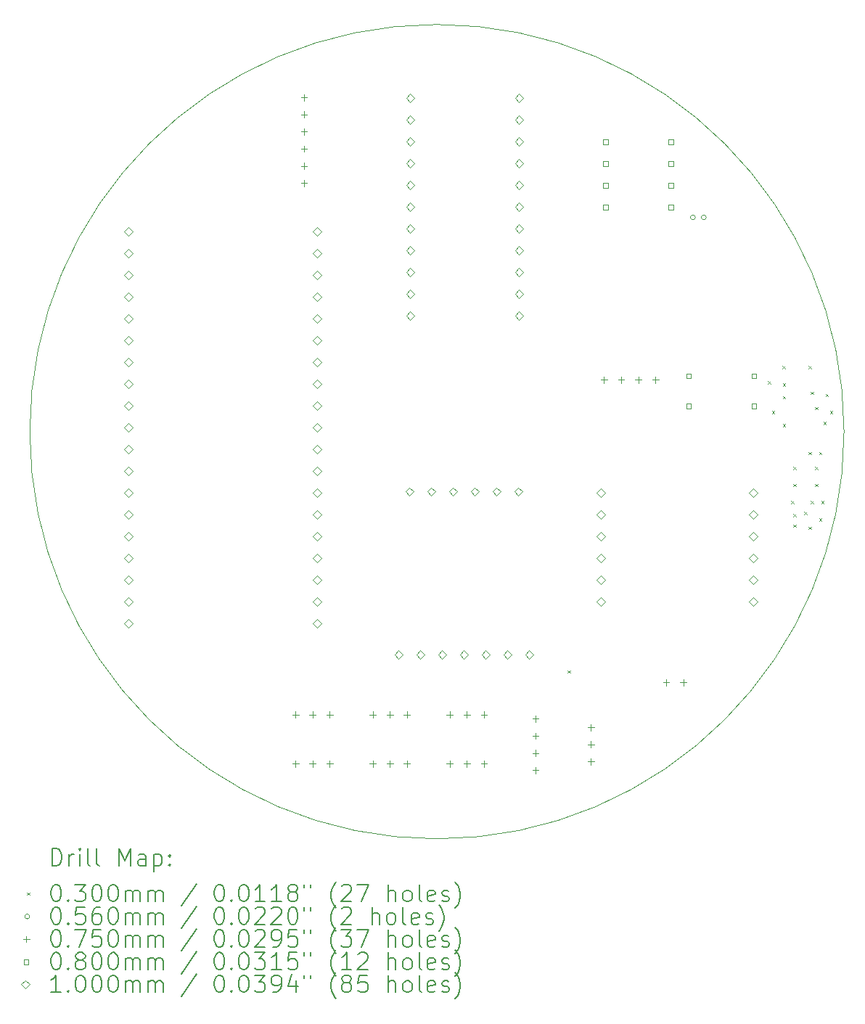
<source format=gbr>
%TF.GenerationSoftware,KiCad,Pcbnew,8.0.5*%
%TF.CreationDate,2025-05-01T20:42:08-04:00*%
%TF.ProjectId,CanSat_Sensor_Board,43616e53-6174-45f5-9365-6e736f725f42,rev?*%
%TF.SameCoordinates,Original*%
%TF.FileFunction,Drillmap*%
%TF.FilePolarity,Positive*%
%FSLAX45Y45*%
G04 Gerber Fmt 4.5, Leading zero omitted, Abs format (unit mm)*
G04 Created by KiCad (PCBNEW 8.0.5) date 2025-05-01 20:42:08*
%MOMM*%
%LPD*%
G01*
G04 APERTURE LIST*
%ADD10C,0.050000*%
%ADD11C,0.200000*%
%ADD12C,0.100000*%
G04 APERTURE END LIST*
D10*
X19750000Y-10000000D02*
G75*
G02*
X10250000Y-10000000I-4750000J0D01*
G01*
X10250000Y-10000000D02*
G75*
G02*
X19750000Y-10000000I4750000J0D01*
G01*
D11*
D12*
X16525000Y-12785000D02*
X16555000Y-12815000D01*
X16555000Y-12785000D02*
X16525000Y-12815000D01*
X18860000Y-9410000D02*
X18890000Y-9440000D01*
X18890000Y-9410000D02*
X18860000Y-9440000D01*
X18910000Y-9760000D02*
X18940000Y-9790000D01*
X18940000Y-9760000D02*
X18910000Y-9790000D01*
X19032500Y-9235000D02*
X19062500Y-9265000D01*
X19062500Y-9235000D02*
X19032500Y-9265000D01*
X19035000Y-9435000D02*
X19065000Y-9465000D01*
X19065000Y-9435000D02*
X19035000Y-9465000D01*
X19035000Y-9585000D02*
X19065000Y-9615000D01*
X19065000Y-9585000D02*
X19035000Y-9615000D01*
X19035000Y-9910000D02*
X19065000Y-9940000D01*
X19065000Y-9910000D02*
X19035000Y-9940000D01*
X19135000Y-10810000D02*
X19165000Y-10840000D01*
X19165000Y-10810000D02*
X19135000Y-10840000D01*
X19160000Y-10410000D02*
X19190000Y-10440000D01*
X19190000Y-10410000D02*
X19160000Y-10440000D01*
X19160000Y-10610000D02*
X19190000Y-10640000D01*
X19190000Y-10610000D02*
X19160000Y-10640000D01*
X19160000Y-10960000D02*
X19190000Y-10990000D01*
X19190000Y-10960000D02*
X19160000Y-10990000D01*
X19160000Y-11085000D02*
X19190000Y-11115000D01*
X19190000Y-11085000D02*
X19160000Y-11115000D01*
X19285000Y-10935000D02*
X19315000Y-10965000D01*
X19315000Y-10935000D02*
X19285000Y-10965000D01*
X19335000Y-10235000D02*
X19365000Y-10265000D01*
X19365000Y-10235000D02*
X19335000Y-10265000D01*
X19335000Y-11110000D02*
X19365000Y-11140000D01*
X19365000Y-11110000D02*
X19335000Y-11140000D01*
X19337500Y-9235000D02*
X19367500Y-9265000D01*
X19367500Y-9235000D02*
X19337500Y-9265000D01*
X19360000Y-9535000D02*
X19390000Y-9565000D01*
X19390000Y-9535000D02*
X19360000Y-9565000D01*
X19360000Y-10810000D02*
X19390000Y-10840000D01*
X19390000Y-10810000D02*
X19360000Y-10840000D01*
X19410000Y-9710000D02*
X19440000Y-9740000D01*
X19440000Y-9710000D02*
X19410000Y-9740000D01*
X19410000Y-10410000D02*
X19440000Y-10440000D01*
X19440000Y-10410000D02*
X19410000Y-10440000D01*
X19410000Y-10610000D02*
X19440000Y-10640000D01*
X19440000Y-10610000D02*
X19410000Y-10640000D01*
X19460000Y-10235000D02*
X19490000Y-10265000D01*
X19490000Y-10235000D02*
X19460000Y-10265000D01*
X19460000Y-11010000D02*
X19490000Y-11040000D01*
X19490000Y-11010000D02*
X19460000Y-11040000D01*
X19485000Y-10810000D02*
X19515000Y-10840000D01*
X19515000Y-10810000D02*
X19485000Y-10840000D01*
X19510000Y-9885000D02*
X19540000Y-9915000D01*
X19540000Y-9885000D02*
X19510000Y-9915000D01*
X19535000Y-9560000D02*
X19565000Y-9590000D01*
X19565000Y-9560000D02*
X19535000Y-9590000D01*
X19585000Y-9760000D02*
X19615000Y-9790000D01*
X19615000Y-9760000D02*
X19585000Y-9790000D01*
X18014500Y-7500000D02*
G75*
G02*
X17958500Y-7500000I-28000J0D01*
G01*
X17958500Y-7500000D02*
G75*
G02*
X18014500Y-7500000I28000J0D01*
G01*
X18141500Y-7500000D02*
G75*
G02*
X18085500Y-7500000I-28000J0D01*
G01*
X18085500Y-7500000D02*
G75*
G02*
X18141500Y-7500000I28000J0D01*
G01*
X13350000Y-13262500D02*
X13350000Y-13337500D01*
X13312500Y-13300000D02*
X13387500Y-13300000D01*
X13350000Y-13837500D02*
X13350000Y-13912500D01*
X13312500Y-13875000D02*
X13387500Y-13875000D01*
X13450000Y-6062500D02*
X13450000Y-6137500D01*
X13412500Y-6100000D02*
X13487500Y-6100000D01*
X13450000Y-6262500D02*
X13450000Y-6337500D01*
X13412500Y-6300000D02*
X13487500Y-6300000D01*
X13450000Y-6462500D02*
X13450000Y-6537500D01*
X13412500Y-6500000D02*
X13487500Y-6500000D01*
X13450000Y-6662500D02*
X13450000Y-6737500D01*
X13412500Y-6700000D02*
X13487500Y-6700000D01*
X13450000Y-6862500D02*
X13450000Y-6937500D01*
X13412500Y-6900000D02*
X13487500Y-6900000D01*
X13450000Y-7062500D02*
X13450000Y-7137500D01*
X13412500Y-7100000D02*
X13487500Y-7100000D01*
X13550000Y-13262500D02*
X13550000Y-13337500D01*
X13512500Y-13300000D02*
X13587500Y-13300000D01*
X13550000Y-13837500D02*
X13550000Y-13912500D01*
X13512500Y-13875000D02*
X13587500Y-13875000D01*
X13750000Y-13262500D02*
X13750000Y-13337500D01*
X13712500Y-13300000D02*
X13787500Y-13300000D01*
X13750000Y-13837500D02*
X13750000Y-13912500D01*
X13712500Y-13875000D02*
X13787500Y-13875000D01*
X14250000Y-13262500D02*
X14250000Y-13337500D01*
X14212500Y-13300000D02*
X14287500Y-13300000D01*
X14250000Y-13837500D02*
X14250000Y-13912500D01*
X14212500Y-13875000D02*
X14287500Y-13875000D01*
X14450000Y-13262500D02*
X14450000Y-13337500D01*
X14412500Y-13300000D02*
X14487500Y-13300000D01*
X14450000Y-13837500D02*
X14450000Y-13912500D01*
X14412500Y-13875000D02*
X14487500Y-13875000D01*
X14650000Y-13262500D02*
X14650000Y-13337500D01*
X14612500Y-13300000D02*
X14687500Y-13300000D01*
X14650000Y-13837500D02*
X14650000Y-13912500D01*
X14612500Y-13875000D02*
X14687500Y-13875000D01*
X15150000Y-13262500D02*
X15150000Y-13337500D01*
X15112500Y-13300000D02*
X15187500Y-13300000D01*
X15150000Y-13837500D02*
X15150000Y-13912500D01*
X15112500Y-13875000D02*
X15187500Y-13875000D01*
X15350000Y-13262500D02*
X15350000Y-13337500D01*
X15312500Y-13300000D02*
X15387500Y-13300000D01*
X15350000Y-13837500D02*
X15350000Y-13912500D01*
X15312500Y-13875000D02*
X15387500Y-13875000D01*
X15550000Y-13262500D02*
X15550000Y-13337500D01*
X15512500Y-13300000D02*
X15587500Y-13300000D01*
X15550000Y-13837500D02*
X15550000Y-13912500D01*
X15512500Y-13875000D02*
X15587500Y-13875000D01*
X16150000Y-13312500D02*
X16150000Y-13387500D01*
X16112500Y-13350000D02*
X16187500Y-13350000D01*
X16150000Y-13512500D02*
X16150000Y-13587500D01*
X16112500Y-13550000D02*
X16187500Y-13550000D01*
X16150000Y-13712500D02*
X16150000Y-13787500D01*
X16112500Y-13750000D02*
X16187500Y-13750000D01*
X16150000Y-13912500D02*
X16150000Y-13987500D01*
X16112500Y-13950000D02*
X16187500Y-13950000D01*
X16795000Y-13412500D02*
X16795000Y-13487500D01*
X16757500Y-13450000D02*
X16832500Y-13450000D01*
X16795000Y-13612500D02*
X16795000Y-13687500D01*
X16757500Y-13650000D02*
X16832500Y-13650000D01*
X16795000Y-13812500D02*
X16795000Y-13887500D01*
X16757500Y-13850000D02*
X16832500Y-13850000D01*
X16950000Y-9357500D02*
X16950000Y-9432500D01*
X16912500Y-9395000D02*
X16987500Y-9395000D01*
X17150000Y-9357500D02*
X17150000Y-9432500D01*
X17112500Y-9395000D02*
X17187500Y-9395000D01*
X17350000Y-9357500D02*
X17350000Y-9432500D01*
X17312500Y-9395000D02*
X17387500Y-9395000D01*
X17550000Y-9357500D02*
X17550000Y-9432500D01*
X17512500Y-9395000D02*
X17587500Y-9395000D01*
X17675000Y-12887500D02*
X17675000Y-12962500D01*
X17637500Y-12925000D02*
X17712500Y-12925000D01*
X17875000Y-12887500D02*
X17875000Y-12962500D01*
X17837500Y-12925000D02*
X17912500Y-12925000D01*
X16998285Y-6648284D02*
X16998285Y-6591715D01*
X16941716Y-6591715D01*
X16941716Y-6648284D01*
X16998285Y-6648284D01*
X16998285Y-6902284D02*
X16998285Y-6845715D01*
X16941716Y-6845715D01*
X16941716Y-6902284D01*
X16998285Y-6902284D01*
X16998285Y-7156284D02*
X16998285Y-7099715D01*
X16941716Y-7099715D01*
X16941716Y-7156284D01*
X16998285Y-7156284D01*
X16998285Y-7410284D02*
X16998285Y-7353715D01*
X16941716Y-7353715D01*
X16941716Y-7410284D01*
X16998285Y-7410284D01*
X17760285Y-6648284D02*
X17760285Y-6591715D01*
X17703716Y-6591715D01*
X17703716Y-6648284D01*
X17760285Y-6648284D01*
X17760285Y-6902284D02*
X17760285Y-6845715D01*
X17703716Y-6845715D01*
X17703716Y-6902284D01*
X17760285Y-6902284D01*
X17760285Y-7156284D02*
X17760285Y-7099715D01*
X17703716Y-7099715D01*
X17703716Y-7156284D01*
X17760285Y-7156284D01*
X17760285Y-7410284D02*
X17760285Y-7353715D01*
X17703716Y-7353715D01*
X17703716Y-7410284D01*
X17760285Y-7410284D01*
X17966285Y-9378285D02*
X17966285Y-9321716D01*
X17909716Y-9321716D01*
X17909716Y-9378285D01*
X17966285Y-9378285D01*
X17966285Y-9728285D02*
X17966285Y-9671716D01*
X17909716Y-9671716D01*
X17909716Y-9728285D01*
X17966285Y-9728285D01*
X18728285Y-9378285D02*
X18728285Y-9321716D01*
X18671716Y-9321716D01*
X18671716Y-9378285D01*
X18728285Y-9378285D01*
X18728285Y-9728285D02*
X18728285Y-9671716D01*
X18671716Y-9671716D01*
X18671716Y-9728285D01*
X18728285Y-9728285D01*
X11400000Y-7717000D02*
X11450000Y-7667000D01*
X11400000Y-7617000D01*
X11350000Y-7667000D01*
X11400000Y-7717000D01*
X11400000Y-7971000D02*
X11450000Y-7921000D01*
X11400000Y-7871000D01*
X11350000Y-7921000D01*
X11400000Y-7971000D01*
X11400000Y-8225000D02*
X11450000Y-8175000D01*
X11400000Y-8125000D01*
X11350000Y-8175000D01*
X11400000Y-8225000D01*
X11400000Y-8479000D02*
X11450000Y-8429000D01*
X11400000Y-8379000D01*
X11350000Y-8429000D01*
X11400000Y-8479000D01*
X11400000Y-8733000D02*
X11450000Y-8683000D01*
X11400000Y-8633000D01*
X11350000Y-8683000D01*
X11400000Y-8733000D01*
X11400000Y-8987000D02*
X11450000Y-8937000D01*
X11400000Y-8887000D01*
X11350000Y-8937000D01*
X11400000Y-8987000D01*
X11400000Y-9241000D02*
X11450000Y-9191000D01*
X11400000Y-9141000D01*
X11350000Y-9191000D01*
X11400000Y-9241000D01*
X11400000Y-9495000D02*
X11450000Y-9445000D01*
X11400000Y-9395000D01*
X11350000Y-9445000D01*
X11400000Y-9495000D01*
X11400000Y-9749000D02*
X11450000Y-9699000D01*
X11400000Y-9649000D01*
X11350000Y-9699000D01*
X11400000Y-9749000D01*
X11400000Y-10003000D02*
X11450000Y-9953000D01*
X11400000Y-9903000D01*
X11350000Y-9953000D01*
X11400000Y-10003000D01*
X11400000Y-10257000D02*
X11450000Y-10207000D01*
X11400000Y-10157000D01*
X11350000Y-10207000D01*
X11400000Y-10257000D01*
X11400000Y-10511000D02*
X11450000Y-10461000D01*
X11400000Y-10411000D01*
X11350000Y-10461000D01*
X11400000Y-10511000D01*
X11400000Y-10765000D02*
X11450000Y-10715000D01*
X11400000Y-10665000D01*
X11350000Y-10715000D01*
X11400000Y-10765000D01*
X11400000Y-11019000D02*
X11450000Y-10969000D01*
X11400000Y-10919000D01*
X11350000Y-10969000D01*
X11400000Y-11019000D01*
X11400000Y-11273000D02*
X11450000Y-11223000D01*
X11400000Y-11173000D01*
X11350000Y-11223000D01*
X11400000Y-11273000D01*
X11400000Y-11527000D02*
X11450000Y-11477000D01*
X11400000Y-11427000D01*
X11350000Y-11477000D01*
X11400000Y-11527000D01*
X11400000Y-11781000D02*
X11450000Y-11731000D01*
X11400000Y-11681000D01*
X11350000Y-11731000D01*
X11400000Y-11781000D01*
X11400000Y-12035000D02*
X11450000Y-11985000D01*
X11400000Y-11935000D01*
X11350000Y-11985000D01*
X11400000Y-12035000D01*
X11400000Y-12289000D02*
X11450000Y-12239000D01*
X11400000Y-12189000D01*
X11350000Y-12239000D01*
X11400000Y-12289000D01*
X13600000Y-7717000D02*
X13650000Y-7667000D01*
X13600000Y-7617000D01*
X13550000Y-7667000D01*
X13600000Y-7717000D01*
X13600000Y-7971000D02*
X13650000Y-7921000D01*
X13600000Y-7871000D01*
X13550000Y-7921000D01*
X13600000Y-7971000D01*
X13600000Y-8225000D02*
X13650000Y-8175000D01*
X13600000Y-8125000D01*
X13550000Y-8175000D01*
X13600000Y-8225000D01*
X13600000Y-8479000D02*
X13650000Y-8429000D01*
X13600000Y-8379000D01*
X13550000Y-8429000D01*
X13600000Y-8479000D01*
X13600000Y-8733000D02*
X13650000Y-8683000D01*
X13600000Y-8633000D01*
X13550000Y-8683000D01*
X13600000Y-8733000D01*
X13600000Y-8987000D02*
X13650000Y-8937000D01*
X13600000Y-8887000D01*
X13550000Y-8937000D01*
X13600000Y-8987000D01*
X13600000Y-9241000D02*
X13650000Y-9191000D01*
X13600000Y-9141000D01*
X13550000Y-9191000D01*
X13600000Y-9241000D01*
X13600000Y-9495000D02*
X13650000Y-9445000D01*
X13600000Y-9395000D01*
X13550000Y-9445000D01*
X13600000Y-9495000D01*
X13600000Y-9749000D02*
X13650000Y-9699000D01*
X13600000Y-9649000D01*
X13550000Y-9699000D01*
X13600000Y-9749000D01*
X13600000Y-10003000D02*
X13650000Y-9953000D01*
X13600000Y-9903000D01*
X13550000Y-9953000D01*
X13600000Y-10003000D01*
X13600000Y-10257000D02*
X13650000Y-10207000D01*
X13600000Y-10157000D01*
X13550000Y-10207000D01*
X13600000Y-10257000D01*
X13600000Y-10511000D02*
X13650000Y-10461000D01*
X13600000Y-10411000D01*
X13550000Y-10461000D01*
X13600000Y-10511000D01*
X13600000Y-10765000D02*
X13650000Y-10715000D01*
X13600000Y-10665000D01*
X13550000Y-10715000D01*
X13600000Y-10765000D01*
X13600000Y-11019000D02*
X13650000Y-10969000D01*
X13600000Y-10919000D01*
X13550000Y-10969000D01*
X13600000Y-11019000D01*
X13600000Y-11273000D02*
X13650000Y-11223000D01*
X13600000Y-11173000D01*
X13550000Y-11223000D01*
X13600000Y-11273000D01*
X13600000Y-11527000D02*
X13650000Y-11477000D01*
X13600000Y-11427000D01*
X13550000Y-11477000D01*
X13600000Y-11527000D01*
X13600000Y-11781000D02*
X13650000Y-11731000D01*
X13600000Y-11681000D01*
X13550000Y-11731000D01*
X13600000Y-11781000D01*
X13600000Y-12035000D02*
X13650000Y-11985000D01*
X13600000Y-11935000D01*
X13550000Y-11985000D01*
X13600000Y-12035000D01*
X13600000Y-12289000D02*
X13650000Y-12239000D01*
X13600000Y-12189000D01*
X13550000Y-12239000D01*
X13600000Y-12289000D01*
X14554000Y-12650000D02*
X14604000Y-12600000D01*
X14554000Y-12550000D01*
X14504000Y-12600000D01*
X14554000Y-12650000D01*
X14681000Y-10750000D02*
X14731000Y-10700000D01*
X14681000Y-10650000D01*
X14631000Y-10700000D01*
X14681000Y-10750000D01*
X14690000Y-6160000D02*
X14740000Y-6110000D01*
X14690000Y-6060000D01*
X14640000Y-6110000D01*
X14690000Y-6160000D01*
X14690000Y-6414000D02*
X14740000Y-6364000D01*
X14690000Y-6314000D01*
X14640000Y-6364000D01*
X14690000Y-6414000D01*
X14690000Y-6668000D02*
X14740000Y-6618000D01*
X14690000Y-6568000D01*
X14640000Y-6618000D01*
X14690000Y-6668000D01*
X14690000Y-6922000D02*
X14740000Y-6872000D01*
X14690000Y-6822000D01*
X14640000Y-6872000D01*
X14690000Y-6922000D01*
X14690000Y-7176000D02*
X14740000Y-7126000D01*
X14690000Y-7076000D01*
X14640000Y-7126000D01*
X14690000Y-7176000D01*
X14690000Y-7430000D02*
X14740000Y-7380000D01*
X14690000Y-7330000D01*
X14640000Y-7380000D01*
X14690000Y-7430000D01*
X14690000Y-7684000D02*
X14740000Y-7634000D01*
X14690000Y-7584000D01*
X14640000Y-7634000D01*
X14690000Y-7684000D01*
X14690000Y-7938000D02*
X14740000Y-7888000D01*
X14690000Y-7838000D01*
X14640000Y-7888000D01*
X14690000Y-7938000D01*
X14690000Y-8192000D02*
X14740000Y-8142000D01*
X14690000Y-8092000D01*
X14640000Y-8142000D01*
X14690000Y-8192000D01*
X14690000Y-8446000D02*
X14740000Y-8396000D01*
X14690000Y-8346000D01*
X14640000Y-8396000D01*
X14690000Y-8446000D01*
X14690000Y-8700000D02*
X14740000Y-8650000D01*
X14690000Y-8600000D01*
X14640000Y-8650000D01*
X14690000Y-8700000D01*
X14808000Y-12650000D02*
X14858000Y-12600000D01*
X14808000Y-12550000D01*
X14758000Y-12600000D01*
X14808000Y-12650000D01*
X14935000Y-10750000D02*
X14985000Y-10700000D01*
X14935000Y-10650000D01*
X14885000Y-10700000D01*
X14935000Y-10750000D01*
X15062000Y-12650000D02*
X15112000Y-12600000D01*
X15062000Y-12550000D01*
X15012000Y-12600000D01*
X15062000Y-12650000D01*
X15189000Y-10750000D02*
X15239000Y-10700000D01*
X15189000Y-10650000D01*
X15139000Y-10700000D01*
X15189000Y-10750000D01*
X15316000Y-12650000D02*
X15366000Y-12600000D01*
X15316000Y-12550000D01*
X15266000Y-12600000D01*
X15316000Y-12650000D01*
X15443000Y-10750000D02*
X15493000Y-10700000D01*
X15443000Y-10650000D01*
X15393000Y-10700000D01*
X15443000Y-10750000D01*
X15570000Y-12650000D02*
X15620000Y-12600000D01*
X15570000Y-12550000D01*
X15520000Y-12600000D01*
X15570000Y-12650000D01*
X15697000Y-10750000D02*
X15747000Y-10700000D01*
X15697000Y-10650000D01*
X15647000Y-10700000D01*
X15697000Y-10750000D01*
X15824000Y-12650000D02*
X15874000Y-12600000D01*
X15824000Y-12550000D01*
X15774000Y-12600000D01*
X15824000Y-12650000D01*
X15951000Y-10750000D02*
X16001000Y-10700000D01*
X15951000Y-10650000D01*
X15901000Y-10700000D01*
X15951000Y-10750000D01*
X15960000Y-6160000D02*
X16010000Y-6110000D01*
X15960000Y-6060000D01*
X15910000Y-6110000D01*
X15960000Y-6160000D01*
X15960000Y-6414000D02*
X16010000Y-6364000D01*
X15960000Y-6314000D01*
X15910000Y-6364000D01*
X15960000Y-6414000D01*
X15960000Y-6668000D02*
X16010000Y-6618000D01*
X15960000Y-6568000D01*
X15910000Y-6618000D01*
X15960000Y-6668000D01*
X15960000Y-6922000D02*
X16010000Y-6872000D01*
X15960000Y-6822000D01*
X15910000Y-6872000D01*
X15960000Y-6922000D01*
X15960000Y-7176000D02*
X16010000Y-7126000D01*
X15960000Y-7076000D01*
X15910000Y-7126000D01*
X15960000Y-7176000D01*
X15960000Y-7430000D02*
X16010000Y-7380000D01*
X15960000Y-7330000D01*
X15910000Y-7380000D01*
X15960000Y-7430000D01*
X15960000Y-7684000D02*
X16010000Y-7634000D01*
X15960000Y-7584000D01*
X15910000Y-7634000D01*
X15960000Y-7684000D01*
X15960000Y-7938000D02*
X16010000Y-7888000D01*
X15960000Y-7838000D01*
X15910000Y-7888000D01*
X15960000Y-7938000D01*
X15960000Y-8192000D02*
X16010000Y-8142000D01*
X15960000Y-8092000D01*
X15910000Y-8142000D01*
X15960000Y-8192000D01*
X15960000Y-8446000D02*
X16010000Y-8396000D01*
X15960000Y-8346000D01*
X15910000Y-8396000D01*
X15960000Y-8446000D01*
X15960000Y-8700000D02*
X16010000Y-8650000D01*
X15960000Y-8600000D01*
X15910000Y-8650000D01*
X15960000Y-8700000D01*
X16078000Y-12650000D02*
X16128000Y-12600000D01*
X16078000Y-12550000D01*
X16028000Y-12600000D01*
X16078000Y-12650000D01*
X16911000Y-10765000D02*
X16961000Y-10715000D01*
X16911000Y-10665000D01*
X16861000Y-10715000D01*
X16911000Y-10765000D01*
X16911000Y-11019000D02*
X16961000Y-10969000D01*
X16911000Y-10919000D01*
X16861000Y-10969000D01*
X16911000Y-11019000D01*
X16911000Y-11273000D02*
X16961000Y-11223000D01*
X16911000Y-11173000D01*
X16861000Y-11223000D01*
X16911000Y-11273000D01*
X16911000Y-11527000D02*
X16961000Y-11477000D01*
X16911000Y-11427000D01*
X16861000Y-11477000D01*
X16911000Y-11527000D01*
X16911000Y-11781000D02*
X16961000Y-11731000D01*
X16911000Y-11681000D01*
X16861000Y-11731000D01*
X16911000Y-11781000D01*
X16911000Y-12035000D02*
X16961000Y-11985000D01*
X16911000Y-11935000D01*
X16861000Y-11985000D01*
X16911000Y-12035000D01*
X18689000Y-10765000D02*
X18739000Y-10715000D01*
X18689000Y-10665000D01*
X18639000Y-10715000D01*
X18689000Y-10765000D01*
X18689000Y-11019000D02*
X18739000Y-10969000D01*
X18689000Y-10919000D01*
X18639000Y-10969000D01*
X18689000Y-11019000D01*
X18689000Y-11273000D02*
X18739000Y-11223000D01*
X18689000Y-11173000D01*
X18639000Y-11223000D01*
X18689000Y-11273000D01*
X18689000Y-11527000D02*
X18739000Y-11477000D01*
X18689000Y-11427000D01*
X18639000Y-11477000D01*
X18689000Y-11527000D01*
X18689000Y-11781000D02*
X18739000Y-11731000D01*
X18689000Y-11681000D01*
X18639000Y-11731000D01*
X18689000Y-11781000D01*
X18689000Y-12035000D02*
X18739000Y-11985000D01*
X18689000Y-11935000D01*
X18639000Y-11985000D01*
X18689000Y-12035000D01*
D11*
X10508277Y-15063984D02*
X10508277Y-14863984D01*
X10508277Y-14863984D02*
X10555896Y-14863984D01*
X10555896Y-14863984D02*
X10584467Y-14873508D01*
X10584467Y-14873508D02*
X10603515Y-14892555D01*
X10603515Y-14892555D02*
X10613039Y-14911603D01*
X10613039Y-14911603D02*
X10622563Y-14949698D01*
X10622563Y-14949698D02*
X10622563Y-14978269D01*
X10622563Y-14978269D02*
X10613039Y-15016365D01*
X10613039Y-15016365D02*
X10603515Y-15035412D01*
X10603515Y-15035412D02*
X10584467Y-15054460D01*
X10584467Y-15054460D02*
X10555896Y-15063984D01*
X10555896Y-15063984D02*
X10508277Y-15063984D01*
X10708277Y-15063984D02*
X10708277Y-14930650D01*
X10708277Y-14968746D02*
X10717801Y-14949698D01*
X10717801Y-14949698D02*
X10727324Y-14940174D01*
X10727324Y-14940174D02*
X10746372Y-14930650D01*
X10746372Y-14930650D02*
X10765420Y-14930650D01*
X10832086Y-15063984D02*
X10832086Y-14930650D01*
X10832086Y-14863984D02*
X10822563Y-14873508D01*
X10822563Y-14873508D02*
X10832086Y-14883031D01*
X10832086Y-14883031D02*
X10841610Y-14873508D01*
X10841610Y-14873508D02*
X10832086Y-14863984D01*
X10832086Y-14863984D02*
X10832086Y-14883031D01*
X10955896Y-15063984D02*
X10936848Y-15054460D01*
X10936848Y-15054460D02*
X10927324Y-15035412D01*
X10927324Y-15035412D02*
X10927324Y-14863984D01*
X11060658Y-15063984D02*
X11041610Y-15054460D01*
X11041610Y-15054460D02*
X11032086Y-15035412D01*
X11032086Y-15035412D02*
X11032086Y-14863984D01*
X11289229Y-15063984D02*
X11289229Y-14863984D01*
X11289229Y-14863984D02*
X11355896Y-15006841D01*
X11355896Y-15006841D02*
X11422562Y-14863984D01*
X11422562Y-14863984D02*
X11422562Y-15063984D01*
X11603515Y-15063984D02*
X11603515Y-14959222D01*
X11603515Y-14959222D02*
X11593991Y-14940174D01*
X11593991Y-14940174D02*
X11574943Y-14930650D01*
X11574943Y-14930650D02*
X11536848Y-14930650D01*
X11536848Y-14930650D02*
X11517801Y-14940174D01*
X11603515Y-15054460D02*
X11584467Y-15063984D01*
X11584467Y-15063984D02*
X11536848Y-15063984D01*
X11536848Y-15063984D02*
X11517801Y-15054460D01*
X11517801Y-15054460D02*
X11508277Y-15035412D01*
X11508277Y-15035412D02*
X11508277Y-15016365D01*
X11508277Y-15016365D02*
X11517801Y-14997317D01*
X11517801Y-14997317D02*
X11536848Y-14987793D01*
X11536848Y-14987793D02*
X11584467Y-14987793D01*
X11584467Y-14987793D02*
X11603515Y-14978269D01*
X11698753Y-14930650D02*
X11698753Y-15130650D01*
X11698753Y-14940174D02*
X11717801Y-14930650D01*
X11717801Y-14930650D02*
X11755896Y-14930650D01*
X11755896Y-14930650D02*
X11774943Y-14940174D01*
X11774943Y-14940174D02*
X11784467Y-14949698D01*
X11784467Y-14949698D02*
X11793991Y-14968746D01*
X11793991Y-14968746D02*
X11793991Y-15025888D01*
X11793991Y-15025888D02*
X11784467Y-15044936D01*
X11784467Y-15044936D02*
X11774943Y-15054460D01*
X11774943Y-15054460D02*
X11755896Y-15063984D01*
X11755896Y-15063984D02*
X11717801Y-15063984D01*
X11717801Y-15063984D02*
X11698753Y-15054460D01*
X11879705Y-15044936D02*
X11889229Y-15054460D01*
X11889229Y-15054460D02*
X11879705Y-15063984D01*
X11879705Y-15063984D02*
X11870182Y-15054460D01*
X11870182Y-15054460D02*
X11879705Y-15044936D01*
X11879705Y-15044936D02*
X11879705Y-15063984D01*
X11879705Y-14940174D02*
X11889229Y-14949698D01*
X11889229Y-14949698D02*
X11879705Y-14959222D01*
X11879705Y-14959222D02*
X11870182Y-14949698D01*
X11870182Y-14949698D02*
X11879705Y-14940174D01*
X11879705Y-14940174D02*
X11879705Y-14959222D01*
D12*
X10217500Y-15377500D02*
X10247500Y-15407500D01*
X10247500Y-15377500D02*
X10217500Y-15407500D01*
D11*
X10546372Y-15283984D02*
X10565420Y-15283984D01*
X10565420Y-15283984D02*
X10584467Y-15293508D01*
X10584467Y-15293508D02*
X10593991Y-15303031D01*
X10593991Y-15303031D02*
X10603515Y-15322079D01*
X10603515Y-15322079D02*
X10613039Y-15360174D01*
X10613039Y-15360174D02*
X10613039Y-15407793D01*
X10613039Y-15407793D02*
X10603515Y-15445888D01*
X10603515Y-15445888D02*
X10593991Y-15464936D01*
X10593991Y-15464936D02*
X10584467Y-15474460D01*
X10584467Y-15474460D02*
X10565420Y-15483984D01*
X10565420Y-15483984D02*
X10546372Y-15483984D01*
X10546372Y-15483984D02*
X10527324Y-15474460D01*
X10527324Y-15474460D02*
X10517801Y-15464936D01*
X10517801Y-15464936D02*
X10508277Y-15445888D01*
X10508277Y-15445888D02*
X10498753Y-15407793D01*
X10498753Y-15407793D02*
X10498753Y-15360174D01*
X10498753Y-15360174D02*
X10508277Y-15322079D01*
X10508277Y-15322079D02*
X10517801Y-15303031D01*
X10517801Y-15303031D02*
X10527324Y-15293508D01*
X10527324Y-15293508D02*
X10546372Y-15283984D01*
X10698753Y-15464936D02*
X10708277Y-15474460D01*
X10708277Y-15474460D02*
X10698753Y-15483984D01*
X10698753Y-15483984D02*
X10689229Y-15474460D01*
X10689229Y-15474460D02*
X10698753Y-15464936D01*
X10698753Y-15464936D02*
X10698753Y-15483984D01*
X10774944Y-15283984D02*
X10898753Y-15283984D01*
X10898753Y-15283984D02*
X10832086Y-15360174D01*
X10832086Y-15360174D02*
X10860658Y-15360174D01*
X10860658Y-15360174D02*
X10879705Y-15369698D01*
X10879705Y-15369698D02*
X10889229Y-15379222D01*
X10889229Y-15379222D02*
X10898753Y-15398269D01*
X10898753Y-15398269D02*
X10898753Y-15445888D01*
X10898753Y-15445888D02*
X10889229Y-15464936D01*
X10889229Y-15464936D02*
X10879705Y-15474460D01*
X10879705Y-15474460D02*
X10860658Y-15483984D01*
X10860658Y-15483984D02*
X10803515Y-15483984D01*
X10803515Y-15483984D02*
X10784467Y-15474460D01*
X10784467Y-15474460D02*
X10774944Y-15464936D01*
X11022563Y-15283984D02*
X11041610Y-15283984D01*
X11041610Y-15283984D02*
X11060658Y-15293508D01*
X11060658Y-15293508D02*
X11070182Y-15303031D01*
X11070182Y-15303031D02*
X11079705Y-15322079D01*
X11079705Y-15322079D02*
X11089229Y-15360174D01*
X11089229Y-15360174D02*
X11089229Y-15407793D01*
X11089229Y-15407793D02*
X11079705Y-15445888D01*
X11079705Y-15445888D02*
X11070182Y-15464936D01*
X11070182Y-15464936D02*
X11060658Y-15474460D01*
X11060658Y-15474460D02*
X11041610Y-15483984D01*
X11041610Y-15483984D02*
X11022563Y-15483984D01*
X11022563Y-15483984D02*
X11003515Y-15474460D01*
X11003515Y-15474460D02*
X10993991Y-15464936D01*
X10993991Y-15464936D02*
X10984467Y-15445888D01*
X10984467Y-15445888D02*
X10974944Y-15407793D01*
X10974944Y-15407793D02*
X10974944Y-15360174D01*
X10974944Y-15360174D02*
X10984467Y-15322079D01*
X10984467Y-15322079D02*
X10993991Y-15303031D01*
X10993991Y-15303031D02*
X11003515Y-15293508D01*
X11003515Y-15293508D02*
X11022563Y-15283984D01*
X11213039Y-15283984D02*
X11232086Y-15283984D01*
X11232086Y-15283984D02*
X11251134Y-15293508D01*
X11251134Y-15293508D02*
X11260658Y-15303031D01*
X11260658Y-15303031D02*
X11270182Y-15322079D01*
X11270182Y-15322079D02*
X11279705Y-15360174D01*
X11279705Y-15360174D02*
X11279705Y-15407793D01*
X11279705Y-15407793D02*
X11270182Y-15445888D01*
X11270182Y-15445888D02*
X11260658Y-15464936D01*
X11260658Y-15464936D02*
X11251134Y-15474460D01*
X11251134Y-15474460D02*
X11232086Y-15483984D01*
X11232086Y-15483984D02*
X11213039Y-15483984D01*
X11213039Y-15483984D02*
X11193991Y-15474460D01*
X11193991Y-15474460D02*
X11184467Y-15464936D01*
X11184467Y-15464936D02*
X11174944Y-15445888D01*
X11174944Y-15445888D02*
X11165420Y-15407793D01*
X11165420Y-15407793D02*
X11165420Y-15360174D01*
X11165420Y-15360174D02*
X11174944Y-15322079D01*
X11174944Y-15322079D02*
X11184467Y-15303031D01*
X11184467Y-15303031D02*
X11193991Y-15293508D01*
X11193991Y-15293508D02*
X11213039Y-15283984D01*
X11365420Y-15483984D02*
X11365420Y-15350650D01*
X11365420Y-15369698D02*
X11374943Y-15360174D01*
X11374943Y-15360174D02*
X11393991Y-15350650D01*
X11393991Y-15350650D02*
X11422563Y-15350650D01*
X11422563Y-15350650D02*
X11441610Y-15360174D01*
X11441610Y-15360174D02*
X11451134Y-15379222D01*
X11451134Y-15379222D02*
X11451134Y-15483984D01*
X11451134Y-15379222D02*
X11460658Y-15360174D01*
X11460658Y-15360174D02*
X11479705Y-15350650D01*
X11479705Y-15350650D02*
X11508277Y-15350650D01*
X11508277Y-15350650D02*
X11527324Y-15360174D01*
X11527324Y-15360174D02*
X11536848Y-15379222D01*
X11536848Y-15379222D02*
X11536848Y-15483984D01*
X11632086Y-15483984D02*
X11632086Y-15350650D01*
X11632086Y-15369698D02*
X11641610Y-15360174D01*
X11641610Y-15360174D02*
X11660658Y-15350650D01*
X11660658Y-15350650D02*
X11689229Y-15350650D01*
X11689229Y-15350650D02*
X11708277Y-15360174D01*
X11708277Y-15360174D02*
X11717801Y-15379222D01*
X11717801Y-15379222D02*
X11717801Y-15483984D01*
X11717801Y-15379222D02*
X11727324Y-15360174D01*
X11727324Y-15360174D02*
X11746372Y-15350650D01*
X11746372Y-15350650D02*
X11774943Y-15350650D01*
X11774943Y-15350650D02*
X11793991Y-15360174D01*
X11793991Y-15360174D02*
X11803515Y-15379222D01*
X11803515Y-15379222D02*
X11803515Y-15483984D01*
X12193991Y-15274460D02*
X12022563Y-15531603D01*
X12451134Y-15283984D02*
X12470182Y-15283984D01*
X12470182Y-15283984D02*
X12489229Y-15293508D01*
X12489229Y-15293508D02*
X12498753Y-15303031D01*
X12498753Y-15303031D02*
X12508277Y-15322079D01*
X12508277Y-15322079D02*
X12517801Y-15360174D01*
X12517801Y-15360174D02*
X12517801Y-15407793D01*
X12517801Y-15407793D02*
X12508277Y-15445888D01*
X12508277Y-15445888D02*
X12498753Y-15464936D01*
X12498753Y-15464936D02*
X12489229Y-15474460D01*
X12489229Y-15474460D02*
X12470182Y-15483984D01*
X12470182Y-15483984D02*
X12451134Y-15483984D01*
X12451134Y-15483984D02*
X12432086Y-15474460D01*
X12432086Y-15474460D02*
X12422563Y-15464936D01*
X12422563Y-15464936D02*
X12413039Y-15445888D01*
X12413039Y-15445888D02*
X12403515Y-15407793D01*
X12403515Y-15407793D02*
X12403515Y-15360174D01*
X12403515Y-15360174D02*
X12413039Y-15322079D01*
X12413039Y-15322079D02*
X12422563Y-15303031D01*
X12422563Y-15303031D02*
X12432086Y-15293508D01*
X12432086Y-15293508D02*
X12451134Y-15283984D01*
X12603515Y-15464936D02*
X12613039Y-15474460D01*
X12613039Y-15474460D02*
X12603515Y-15483984D01*
X12603515Y-15483984D02*
X12593991Y-15474460D01*
X12593991Y-15474460D02*
X12603515Y-15464936D01*
X12603515Y-15464936D02*
X12603515Y-15483984D01*
X12736848Y-15283984D02*
X12755896Y-15283984D01*
X12755896Y-15283984D02*
X12774944Y-15293508D01*
X12774944Y-15293508D02*
X12784467Y-15303031D01*
X12784467Y-15303031D02*
X12793991Y-15322079D01*
X12793991Y-15322079D02*
X12803515Y-15360174D01*
X12803515Y-15360174D02*
X12803515Y-15407793D01*
X12803515Y-15407793D02*
X12793991Y-15445888D01*
X12793991Y-15445888D02*
X12784467Y-15464936D01*
X12784467Y-15464936D02*
X12774944Y-15474460D01*
X12774944Y-15474460D02*
X12755896Y-15483984D01*
X12755896Y-15483984D02*
X12736848Y-15483984D01*
X12736848Y-15483984D02*
X12717801Y-15474460D01*
X12717801Y-15474460D02*
X12708277Y-15464936D01*
X12708277Y-15464936D02*
X12698753Y-15445888D01*
X12698753Y-15445888D02*
X12689229Y-15407793D01*
X12689229Y-15407793D02*
X12689229Y-15360174D01*
X12689229Y-15360174D02*
X12698753Y-15322079D01*
X12698753Y-15322079D02*
X12708277Y-15303031D01*
X12708277Y-15303031D02*
X12717801Y-15293508D01*
X12717801Y-15293508D02*
X12736848Y-15283984D01*
X12993991Y-15483984D02*
X12879706Y-15483984D01*
X12936848Y-15483984D02*
X12936848Y-15283984D01*
X12936848Y-15283984D02*
X12917801Y-15312555D01*
X12917801Y-15312555D02*
X12898753Y-15331603D01*
X12898753Y-15331603D02*
X12879706Y-15341127D01*
X13184467Y-15483984D02*
X13070182Y-15483984D01*
X13127325Y-15483984D02*
X13127325Y-15283984D01*
X13127325Y-15283984D02*
X13108277Y-15312555D01*
X13108277Y-15312555D02*
X13089229Y-15331603D01*
X13089229Y-15331603D02*
X13070182Y-15341127D01*
X13298753Y-15369698D02*
X13279706Y-15360174D01*
X13279706Y-15360174D02*
X13270182Y-15350650D01*
X13270182Y-15350650D02*
X13260658Y-15331603D01*
X13260658Y-15331603D02*
X13260658Y-15322079D01*
X13260658Y-15322079D02*
X13270182Y-15303031D01*
X13270182Y-15303031D02*
X13279706Y-15293508D01*
X13279706Y-15293508D02*
X13298753Y-15283984D01*
X13298753Y-15283984D02*
X13336848Y-15283984D01*
X13336848Y-15283984D02*
X13355896Y-15293508D01*
X13355896Y-15293508D02*
X13365420Y-15303031D01*
X13365420Y-15303031D02*
X13374944Y-15322079D01*
X13374944Y-15322079D02*
X13374944Y-15331603D01*
X13374944Y-15331603D02*
X13365420Y-15350650D01*
X13365420Y-15350650D02*
X13355896Y-15360174D01*
X13355896Y-15360174D02*
X13336848Y-15369698D01*
X13336848Y-15369698D02*
X13298753Y-15369698D01*
X13298753Y-15369698D02*
X13279706Y-15379222D01*
X13279706Y-15379222D02*
X13270182Y-15388746D01*
X13270182Y-15388746D02*
X13260658Y-15407793D01*
X13260658Y-15407793D02*
X13260658Y-15445888D01*
X13260658Y-15445888D02*
X13270182Y-15464936D01*
X13270182Y-15464936D02*
X13279706Y-15474460D01*
X13279706Y-15474460D02*
X13298753Y-15483984D01*
X13298753Y-15483984D02*
X13336848Y-15483984D01*
X13336848Y-15483984D02*
X13355896Y-15474460D01*
X13355896Y-15474460D02*
X13365420Y-15464936D01*
X13365420Y-15464936D02*
X13374944Y-15445888D01*
X13374944Y-15445888D02*
X13374944Y-15407793D01*
X13374944Y-15407793D02*
X13365420Y-15388746D01*
X13365420Y-15388746D02*
X13355896Y-15379222D01*
X13355896Y-15379222D02*
X13336848Y-15369698D01*
X13451134Y-15283984D02*
X13451134Y-15322079D01*
X13527325Y-15283984D02*
X13527325Y-15322079D01*
X13822563Y-15560174D02*
X13813039Y-15550650D01*
X13813039Y-15550650D02*
X13793991Y-15522079D01*
X13793991Y-15522079D02*
X13784468Y-15503031D01*
X13784468Y-15503031D02*
X13774944Y-15474460D01*
X13774944Y-15474460D02*
X13765420Y-15426841D01*
X13765420Y-15426841D02*
X13765420Y-15388746D01*
X13765420Y-15388746D02*
X13774944Y-15341127D01*
X13774944Y-15341127D02*
X13784468Y-15312555D01*
X13784468Y-15312555D02*
X13793991Y-15293508D01*
X13793991Y-15293508D02*
X13813039Y-15264936D01*
X13813039Y-15264936D02*
X13822563Y-15255412D01*
X13889229Y-15303031D02*
X13898753Y-15293508D01*
X13898753Y-15293508D02*
X13917801Y-15283984D01*
X13917801Y-15283984D02*
X13965420Y-15283984D01*
X13965420Y-15283984D02*
X13984468Y-15293508D01*
X13984468Y-15293508D02*
X13993991Y-15303031D01*
X13993991Y-15303031D02*
X14003515Y-15322079D01*
X14003515Y-15322079D02*
X14003515Y-15341127D01*
X14003515Y-15341127D02*
X13993991Y-15369698D01*
X13993991Y-15369698D02*
X13879706Y-15483984D01*
X13879706Y-15483984D02*
X14003515Y-15483984D01*
X14070182Y-15283984D02*
X14203515Y-15283984D01*
X14203515Y-15283984D02*
X14117801Y-15483984D01*
X14432087Y-15483984D02*
X14432087Y-15283984D01*
X14517801Y-15483984D02*
X14517801Y-15379222D01*
X14517801Y-15379222D02*
X14508277Y-15360174D01*
X14508277Y-15360174D02*
X14489230Y-15350650D01*
X14489230Y-15350650D02*
X14460658Y-15350650D01*
X14460658Y-15350650D02*
X14441610Y-15360174D01*
X14441610Y-15360174D02*
X14432087Y-15369698D01*
X14641610Y-15483984D02*
X14622563Y-15474460D01*
X14622563Y-15474460D02*
X14613039Y-15464936D01*
X14613039Y-15464936D02*
X14603515Y-15445888D01*
X14603515Y-15445888D02*
X14603515Y-15388746D01*
X14603515Y-15388746D02*
X14613039Y-15369698D01*
X14613039Y-15369698D02*
X14622563Y-15360174D01*
X14622563Y-15360174D02*
X14641610Y-15350650D01*
X14641610Y-15350650D02*
X14670182Y-15350650D01*
X14670182Y-15350650D02*
X14689230Y-15360174D01*
X14689230Y-15360174D02*
X14698753Y-15369698D01*
X14698753Y-15369698D02*
X14708277Y-15388746D01*
X14708277Y-15388746D02*
X14708277Y-15445888D01*
X14708277Y-15445888D02*
X14698753Y-15464936D01*
X14698753Y-15464936D02*
X14689230Y-15474460D01*
X14689230Y-15474460D02*
X14670182Y-15483984D01*
X14670182Y-15483984D02*
X14641610Y-15483984D01*
X14822563Y-15483984D02*
X14803515Y-15474460D01*
X14803515Y-15474460D02*
X14793991Y-15455412D01*
X14793991Y-15455412D02*
X14793991Y-15283984D01*
X14974944Y-15474460D02*
X14955896Y-15483984D01*
X14955896Y-15483984D02*
X14917801Y-15483984D01*
X14917801Y-15483984D02*
X14898753Y-15474460D01*
X14898753Y-15474460D02*
X14889230Y-15455412D01*
X14889230Y-15455412D02*
X14889230Y-15379222D01*
X14889230Y-15379222D02*
X14898753Y-15360174D01*
X14898753Y-15360174D02*
X14917801Y-15350650D01*
X14917801Y-15350650D02*
X14955896Y-15350650D01*
X14955896Y-15350650D02*
X14974944Y-15360174D01*
X14974944Y-15360174D02*
X14984468Y-15379222D01*
X14984468Y-15379222D02*
X14984468Y-15398269D01*
X14984468Y-15398269D02*
X14889230Y-15417317D01*
X15060658Y-15474460D02*
X15079706Y-15483984D01*
X15079706Y-15483984D02*
X15117801Y-15483984D01*
X15117801Y-15483984D02*
X15136849Y-15474460D01*
X15136849Y-15474460D02*
X15146372Y-15455412D01*
X15146372Y-15455412D02*
X15146372Y-15445888D01*
X15146372Y-15445888D02*
X15136849Y-15426841D01*
X15136849Y-15426841D02*
X15117801Y-15417317D01*
X15117801Y-15417317D02*
X15089230Y-15417317D01*
X15089230Y-15417317D02*
X15070182Y-15407793D01*
X15070182Y-15407793D02*
X15060658Y-15388746D01*
X15060658Y-15388746D02*
X15060658Y-15379222D01*
X15060658Y-15379222D02*
X15070182Y-15360174D01*
X15070182Y-15360174D02*
X15089230Y-15350650D01*
X15089230Y-15350650D02*
X15117801Y-15350650D01*
X15117801Y-15350650D02*
X15136849Y-15360174D01*
X15213039Y-15560174D02*
X15222563Y-15550650D01*
X15222563Y-15550650D02*
X15241611Y-15522079D01*
X15241611Y-15522079D02*
X15251134Y-15503031D01*
X15251134Y-15503031D02*
X15260658Y-15474460D01*
X15260658Y-15474460D02*
X15270182Y-15426841D01*
X15270182Y-15426841D02*
X15270182Y-15388746D01*
X15270182Y-15388746D02*
X15260658Y-15341127D01*
X15260658Y-15341127D02*
X15251134Y-15312555D01*
X15251134Y-15312555D02*
X15241611Y-15293508D01*
X15241611Y-15293508D02*
X15222563Y-15264936D01*
X15222563Y-15264936D02*
X15213039Y-15255412D01*
D12*
X10247500Y-15656500D02*
G75*
G02*
X10191500Y-15656500I-28000J0D01*
G01*
X10191500Y-15656500D02*
G75*
G02*
X10247500Y-15656500I28000J0D01*
G01*
D11*
X10546372Y-15547984D02*
X10565420Y-15547984D01*
X10565420Y-15547984D02*
X10584467Y-15557508D01*
X10584467Y-15557508D02*
X10593991Y-15567031D01*
X10593991Y-15567031D02*
X10603515Y-15586079D01*
X10603515Y-15586079D02*
X10613039Y-15624174D01*
X10613039Y-15624174D02*
X10613039Y-15671793D01*
X10613039Y-15671793D02*
X10603515Y-15709888D01*
X10603515Y-15709888D02*
X10593991Y-15728936D01*
X10593991Y-15728936D02*
X10584467Y-15738460D01*
X10584467Y-15738460D02*
X10565420Y-15747984D01*
X10565420Y-15747984D02*
X10546372Y-15747984D01*
X10546372Y-15747984D02*
X10527324Y-15738460D01*
X10527324Y-15738460D02*
X10517801Y-15728936D01*
X10517801Y-15728936D02*
X10508277Y-15709888D01*
X10508277Y-15709888D02*
X10498753Y-15671793D01*
X10498753Y-15671793D02*
X10498753Y-15624174D01*
X10498753Y-15624174D02*
X10508277Y-15586079D01*
X10508277Y-15586079D02*
X10517801Y-15567031D01*
X10517801Y-15567031D02*
X10527324Y-15557508D01*
X10527324Y-15557508D02*
X10546372Y-15547984D01*
X10698753Y-15728936D02*
X10708277Y-15738460D01*
X10708277Y-15738460D02*
X10698753Y-15747984D01*
X10698753Y-15747984D02*
X10689229Y-15738460D01*
X10689229Y-15738460D02*
X10698753Y-15728936D01*
X10698753Y-15728936D02*
X10698753Y-15747984D01*
X10889229Y-15547984D02*
X10793991Y-15547984D01*
X10793991Y-15547984D02*
X10784467Y-15643222D01*
X10784467Y-15643222D02*
X10793991Y-15633698D01*
X10793991Y-15633698D02*
X10813039Y-15624174D01*
X10813039Y-15624174D02*
X10860658Y-15624174D01*
X10860658Y-15624174D02*
X10879705Y-15633698D01*
X10879705Y-15633698D02*
X10889229Y-15643222D01*
X10889229Y-15643222D02*
X10898753Y-15662269D01*
X10898753Y-15662269D02*
X10898753Y-15709888D01*
X10898753Y-15709888D02*
X10889229Y-15728936D01*
X10889229Y-15728936D02*
X10879705Y-15738460D01*
X10879705Y-15738460D02*
X10860658Y-15747984D01*
X10860658Y-15747984D02*
X10813039Y-15747984D01*
X10813039Y-15747984D02*
X10793991Y-15738460D01*
X10793991Y-15738460D02*
X10784467Y-15728936D01*
X11070182Y-15547984D02*
X11032086Y-15547984D01*
X11032086Y-15547984D02*
X11013039Y-15557508D01*
X11013039Y-15557508D02*
X11003515Y-15567031D01*
X11003515Y-15567031D02*
X10984467Y-15595603D01*
X10984467Y-15595603D02*
X10974944Y-15633698D01*
X10974944Y-15633698D02*
X10974944Y-15709888D01*
X10974944Y-15709888D02*
X10984467Y-15728936D01*
X10984467Y-15728936D02*
X10993991Y-15738460D01*
X10993991Y-15738460D02*
X11013039Y-15747984D01*
X11013039Y-15747984D02*
X11051134Y-15747984D01*
X11051134Y-15747984D02*
X11070182Y-15738460D01*
X11070182Y-15738460D02*
X11079705Y-15728936D01*
X11079705Y-15728936D02*
X11089229Y-15709888D01*
X11089229Y-15709888D02*
X11089229Y-15662269D01*
X11089229Y-15662269D02*
X11079705Y-15643222D01*
X11079705Y-15643222D02*
X11070182Y-15633698D01*
X11070182Y-15633698D02*
X11051134Y-15624174D01*
X11051134Y-15624174D02*
X11013039Y-15624174D01*
X11013039Y-15624174D02*
X10993991Y-15633698D01*
X10993991Y-15633698D02*
X10984467Y-15643222D01*
X10984467Y-15643222D02*
X10974944Y-15662269D01*
X11213039Y-15547984D02*
X11232086Y-15547984D01*
X11232086Y-15547984D02*
X11251134Y-15557508D01*
X11251134Y-15557508D02*
X11260658Y-15567031D01*
X11260658Y-15567031D02*
X11270182Y-15586079D01*
X11270182Y-15586079D02*
X11279705Y-15624174D01*
X11279705Y-15624174D02*
X11279705Y-15671793D01*
X11279705Y-15671793D02*
X11270182Y-15709888D01*
X11270182Y-15709888D02*
X11260658Y-15728936D01*
X11260658Y-15728936D02*
X11251134Y-15738460D01*
X11251134Y-15738460D02*
X11232086Y-15747984D01*
X11232086Y-15747984D02*
X11213039Y-15747984D01*
X11213039Y-15747984D02*
X11193991Y-15738460D01*
X11193991Y-15738460D02*
X11184467Y-15728936D01*
X11184467Y-15728936D02*
X11174944Y-15709888D01*
X11174944Y-15709888D02*
X11165420Y-15671793D01*
X11165420Y-15671793D02*
X11165420Y-15624174D01*
X11165420Y-15624174D02*
X11174944Y-15586079D01*
X11174944Y-15586079D02*
X11184467Y-15567031D01*
X11184467Y-15567031D02*
X11193991Y-15557508D01*
X11193991Y-15557508D02*
X11213039Y-15547984D01*
X11365420Y-15747984D02*
X11365420Y-15614650D01*
X11365420Y-15633698D02*
X11374943Y-15624174D01*
X11374943Y-15624174D02*
X11393991Y-15614650D01*
X11393991Y-15614650D02*
X11422563Y-15614650D01*
X11422563Y-15614650D02*
X11441610Y-15624174D01*
X11441610Y-15624174D02*
X11451134Y-15643222D01*
X11451134Y-15643222D02*
X11451134Y-15747984D01*
X11451134Y-15643222D02*
X11460658Y-15624174D01*
X11460658Y-15624174D02*
X11479705Y-15614650D01*
X11479705Y-15614650D02*
X11508277Y-15614650D01*
X11508277Y-15614650D02*
X11527324Y-15624174D01*
X11527324Y-15624174D02*
X11536848Y-15643222D01*
X11536848Y-15643222D02*
X11536848Y-15747984D01*
X11632086Y-15747984D02*
X11632086Y-15614650D01*
X11632086Y-15633698D02*
X11641610Y-15624174D01*
X11641610Y-15624174D02*
X11660658Y-15614650D01*
X11660658Y-15614650D02*
X11689229Y-15614650D01*
X11689229Y-15614650D02*
X11708277Y-15624174D01*
X11708277Y-15624174D02*
X11717801Y-15643222D01*
X11717801Y-15643222D02*
X11717801Y-15747984D01*
X11717801Y-15643222D02*
X11727324Y-15624174D01*
X11727324Y-15624174D02*
X11746372Y-15614650D01*
X11746372Y-15614650D02*
X11774943Y-15614650D01*
X11774943Y-15614650D02*
X11793991Y-15624174D01*
X11793991Y-15624174D02*
X11803515Y-15643222D01*
X11803515Y-15643222D02*
X11803515Y-15747984D01*
X12193991Y-15538460D02*
X12022563Y-15795603D01*
X12451134Y-15547984D02*
X12470182Y-15547984D01*
X12470182Y-15547984D02*
X12489229Y-15557508D01*
X12489229Y-15557508D02*
X12498753Y-15567031D01*
X12498753Y-15567031D02*
X12508277Y-15586079D01*
X12508277Y-15586079D02*
X12517801Y-15624174D01*
X12517801Y-15624174D02*
X12517801Y-15671793D01*
X12517801Y-15671793D02*
X12508277Y-15709888D01*
X12508277Y-15709888D02*
X12498753Y-15728936D01*
X12498753Y-15728936D02*
X12489229Y-15738460D01*
X12489229Y-15738460D02*
X12470182Y-15747984D01*
X12470182Y-15747984D02*
X12451134Y-15747984D01*
X12451134Y-15747984D02*
X12432086Y-15738460D01*
X12432086Y-15738460D02*
X12422563Y-15728936D01*
X12422563Y-15728936D02*
X12413039Y-15709888D01*
X12413039Y-15709888D02*
X12403515Y-15671793D01*
X12403515Y-15671793D02*
X12403515Y-15624174D01*
X12403515Y-15624174D02*
X12413039Y-15586079D01*
X12413039Y-15586079D02*
X12422563Y-15567031D01*
X12422563Y-15567031D02*
X12432086Y-15557508D01*
X12432086Y-15557508D02*
X12451134Y-15547984D01*
X12603515Y-15728936D02*
X12613039Y-15738460D01*
X12613039Y-15738460D02*
X12603515Y-15747984D01*
X12603515Y-15747984D02*
X12593991Y-15738460D01*
X12593991Y-15738460D02*
X12603515Y-15728936D01*
X12603515Y-15728936D02*
X12603515Y-15747984D01*
X12736848Y-15547984D02*
X12755896Y-15547984D01*
X12755896Y-15547984D02*
X12774944Y-15557508D01*
X12774944Y-15557508D02*
X12784467Y-15567031D01*
X12784467Y-15567031D02*
X12793991Y-15586079D01*
X12793991Y-15586079D02*
X12803515Y-15624174D01*
X12803515Y-15624174D02*
X12803515Y-15671793D01*
X12803515Y-15671793D02*
X12793991Y-15709888D01*
X12793991Y-15709888D02*
X12784467Y-15728936D01*
X12784467Y-15728936D02*
X12774944Y-15738460D01*
X12774944Y-15738460D02*
X12755896Y-15747984D01*
X12755896Y-15747984D02*
X12736848Y-15747984D01*
X12736848Y-15747984D02*
X12717801Y-15738460D01*
X12717801Y-15738460D02*
X12708277Y-15728936D01*
X12708277Y-15728936D02*
X12698753Y-15709888D01*
X12698753Y-15709888D02*
X12689229Y-15671793D01*
X12689229Y-15671793D02*
X12689229Y-15624174D01*
X12689229Y-15624174D02*
X12698753Y-15586079D01*
X12698753Y-15586079D02*
X12708277Y-15567031D01*
X12708277Y-15567031D02*
X12717801Y-15557508D01*
X12717801Y-15557508D02*
X12736848Y-15547984D01*
X12879706Y-15567031D02*
X12889229Y-15557508D01*
X12889229Y-15557508D02*
X12908277Y-15547984D01*
X12908277Y-15547984D02*
X12955896Y-15547984D01*
X12955896Y-15547984D02*
X12974944Y-15557508D01*
X12974944Y-15557508D02*
X12984467Y-15567031D01*
X12984467Y-15567031D02*
X12993991Y-15586079D01*
X12993991Y-15586079D02*
X12993991Y-15605127D01*
X12993991Y-15605127D02*
X12984467Y-15633698D01*
X12984467Y-15633698D02*
X12870182Y-15747984D01*
X12870182Y-15747984D02*
X12993991Y-15747984D01*
X13070182Y-15567031D02*
X13079706Y-15557508D01*
X13079706Y-15557508D02*
X13098753Y-15547984D01*
X13098753Y-15547984D02*
X13146372Y-15547984D01*
X13146372Y-15547984D02*
X13165420Y-15557508D01*
X13165420Y-15557508D02*
X13174944Y-15567031D01*
X13174944Y-15567031D02*
X13184467Y-15586079D01*
X13184467Y-15586079D02*
X13184467Y-15605127D01*
X13184467Y-15605127D02*
X13174944Y-15633698D01*
X13174944Y-15633698D02*
X13060658Y-15747984D01*
X13060658Y-15747984D02*
X13184467Y-15747984D01*
X13308277Y-15547984D02*
X13327325Y-15547984D01*
X13327325Y-15547984D02*
X13346372Y-15557508D01*
X13346372Y-15557508D02*
X13355896Y-15567031D01*
X13355896Y-15567031D02*
X13365420Y-15586079D01*
X13365420Y-15586079D02*
X13374944Y-15624174D01*
X13374944Y-15624174D02*
X13374944Y-15671793D01*
X13374944Y-15671793D02*
X13365420Y-15709888D01*
X13365420Y-15709888D02*
X13355896Y-15728936D01*
X13355896Y-15728936D02*
X13346372Y-15738460D01*
X13346372Y-15738460D02*
X13327325Y-15747984D01*
X13327325Y-15747984D02*
X13308277Y-15747984D01*
X13308277Y-15747984D02*
X13289229Y-15738460D01*
X13289229Y-15738460D02*
X13279706Y-15728936D01*
X13279706Y-15728936D02*
X13270182Y-15709888D01*
X13270182Y-15709888D02*
X13260658Y-15671793D01*
X13260658Y-15671793D02*
X13260658Y-15624174D01*
X13260658Y-15624174D02*
X13270182Y-15586079D01*
X13270182Y-15586079D02*
X13279706Y-15567031D01*
X13279706Y-15567031D02*
X13289229Y-15557508D01*
X13289229Y-15557508D02*
X13308277Y-15547984D01*
X13451134Y-15547984D02*
X13451134Y-15586079D01*
X13527325Y-15547984D02*
X13527325Y-15586079D01*
X13822563Y-15824174D02*
X13813039Y-15814650D01*
X13813039Y-15814650D02*
X13793991Y-15786079D01*
X13793991Y-15786079D02*
X13784468Y-15767031D01*
X13784468Y-15767031D02*
X13774944Y-15738460D01*
X13774944Y-15738460D02*
X13765420Y-15690841D01*
X13765420Y-15690841D02*
X13765420Y-15652746D01*
X13765420Y-15652746D02*
X13774944Y-15605127D01*
X13774944Y-15605127D02*
X13784468Y-15576555D01*
X13784468Y-15576555D02*
X13793991Y-15557508D01*
X13793991Y-15557508D02*
X13813039Y-15528936D01*
X13813039Y-15528936D02*
X13822563Y-15519412D01*
X13889229Y-15567031D02*
X13898753Y-15557508D01*
X13898753Y-15557508D02*
X13917801Y-15547984D01*
X13917801Y-15547984D02*
X13965420Y-15547984D01*
X13965420Y-15547984D02*
X13984468Y-15557508D01*
X13984468Y-15557508D02*
X13993991Y-15567031D01*
X13993991Y-15567031D02*
X14003515Y-15586079D01*
X14003515Y-15586079D02*
X14003515Y-15605127D01*
X14003515Y-15605127D02*
X13993991Y-15633698D01*
X13993991Y-15633698D02*
X13879706Y-15747984D01*
X13879706Y-15747984D02*
X14003515Y-15747984D01*
X14241610Y-15747984D02*
X14241610Y-15547984D01*
X14327325Y-15747984D02*
X14327325Y-15643222D01*
X14327325Y-15643222D02*
X14317801Y-15624174D01*
X14317801Y-15624174D02*
X14298753Y-15614650D01*
X14298753Y-15614650D02*
X14270182Y-15614650D01*
X14270182Y-15614650D02*
X14251134Y-15624174D01*
X14251134Y-15624174D02*
X14241610Y-15633698D01*
X14451134Y-15747984D02*
X14432087Y-15738460D01*
X14432087Y-15738460D02*
X14422563Y-15728936D01*
X14422563Y-15728936D02*
X14413039Y-15709888D01*
X14413039Y-15709888D02*
X14413039Y-15652746D01*
X14413039Y-15652746D02*
X14422563Y-15633698D01*
X14422563Y-15633698D02*
X14432087Y-15624174D01*
X14432087Y-15624174D02*
X14451134Y-15614650D01*
X14451134Y-15614650D02*
X14479706Y-15614650D01*
X14479706Y-15614650D02*
X14498753Y-15624174D01*
X14498753Y-15624174D02*
X14508277Y-15633698D01*
X14508277Y-15633698D02*
X14517801Y-15652746D01*
X14517801Y-15652746D02*
X14517801Y-15709888D01*
X14517801Y-15709888D02*
X14508277Y-15728936D01*
X14508277Y-15728936D02*
X14498753Y-15738460D01*
X14498753Y-15738460D02*
X14479706Y-15747984D01*
X14479706Y-15747984D02*
X14451134Y-15747984D01*
X14632087Y-15747984D02*
X14613039Y-15738460D01*
X14613039Y-15738460D02*
X14603515Y-15719412D01*
X14603515Y-15719412D02*
X14603515Y-15547984D01*
X14784468Y-15738460D02*
X14765420Y-15747984D01*
X14765420Y-15747984D02*
X14727325Y-15747984D01*
X14727325Y-15747984D02*
X14708277Y-15738460D01*
X14708277Y-15738460D02*
X14698753Y-15719412D01*
X14698753Y-15719412D02*
X14698753Y-15643222D01*
X14698753Y-15643222D02*
X14708277Y-15624174D01*
X14708277Y-15624174D02*
X14727325Y-15614650D01*
X14727325Y-15614650D02*
X14765420Y-15614650D01*
X14765420Y-15614650D02*
X14784468Y-15624174D01*
X14784468Y-15624174D02*
X14793991Y-15643222D01*
X14793991Y-15643222D02*
X14793991Y-15662269D01*
X14793991Y-15662269D02*
X14698753Y-15681317D01*
X14870182Y-15738460D02*
X14889230Y-15747984D01*
X14889230Y-15747984D02*
X14927325Y-15747984D01*
X14927325Y-15747984D02*
X14946372Y-15738460D01*
X14946372Y-15738460D02*
X14955896Y-15719412D01*
X14955896Y-15719412D02*
X14955896Y-15709888D01*
X14955896Y-15709888D02*
X14946372Y-15690841D01*
X14946372Y-15690841D02*
X14927325Y-15681317D01*
X14927325Y-15681317D02*
X14898753Y-15681317D01*
X14898753Y-15681317D02*
X14879706Y-15671793D01*
X14879706Y-15671793D02*
X14870182Y-15652746D01*
X14870182Y-15652746D02*
X14870182Y-15643222D01*
X14870182Y-15643222D02*
X14879706Y-15624174D01*
X14879706Y-15624174D02*
X14898753Y-15614650D01*
X14898753Y-15614650D02*
X14927325Y-15614650D01*
X14927325Y-15614650D02*
X14946372Y-15624174D01*
X15022563Y-15824174D02*
X15032087Y-15814650D01*
X15032087Y-15814650D02*
X15051134Y-15786079D01*
X15051134Y-15786079D02*
X15060658Y-15767031D01*
X15060658Y-15767031D02*
X15070182Y-15738460D01*
X15070182Y-15738460D02*
X15079706Y-15690841D01*
X15079706Y-15690841D02*
X15079706Y-15652746D01*
X15079706Y-15652746D02*
X15070182Y-15605127D01*
X15070182Y-15605127D02*
X15060658Y-15576555D01*
X15060658Y-15576555D02*
X15051134Y-15557508D01*
X15051134Y-15557508D02*
X15032087Y-15528936D01*
X15032087Y-15528936D02*
X15022563Y-15519412D01*
D12*
X10210000Y-15883000D02*
X10210000Y-15958000D01*
X10172500Y-15920500D02*
X10247500Y-15920500D01*
D11*
X10546372Y-15811984D02*
X10565420Y-15811984D01*
X10565420Y-15811984D02*
X10584467Y-15821508D01*
X10584467Y-15821508D02*
X10593991Y-15831031D01*
X10593991Y-15831031D02*
X10603515Y-15850079D01*
X10603515Y-15850079D02*
X10613039Y-15888174D01*
X10613039Y-15888174D02*
X10613039Y-15935793D01*
X10613039Y-15935793D02*
X10603515Y-15973888D01*
X10603515Y-15973888D02*
X10593991Y-15992936D01*
X10593991Y-15992936D02*
X10584467Y-16002460D01*
X10584467Y-16002460D02*
X10565420Y-16011984D01*
X10565420Y-16011984D02*
X10546372Y-16011984D01*
X10546372Y-16011984D02*
X10527324Y-16002460D01*
X10527324Y-16002460D02*
X10517801Y-15992936D01*
X10517801Y-15992936D02*
X10508277Y-15973888D01*
X10508277Y-15973888D02*
X10498753Y-15935793D01*
X10498753Y-15935793D02*
X10498753Y-15888174D01*
X10498753Y-15888174D02*
X10508277Y-15850079D01*
X10508277Y-15850079D02*
X10517801Y-15831031D01*
X10517801Y-15831031D02*
X10527324Y-15821508D01*
X10527324Y-15821508D02*
X10546372Y-15811984D01*
X10698753Y-15992936D02*
X10708277Y-16002460D01*
X10708277Y-16002460D02*
X10698753Y-16011984D01*
X10698753Y-16011984D02*
X10689229Y-16002460D01*
X10689229Y-16002460D02*
X10698753Y-15992936D01*
X10698753Y-15992936D02*
X10698753Y-16011984D01*
X10774944Y-15811984D02*
X10908277Y-15811984D01*
X10908277Y-15811984D02*
X10822563Y-16011984D01*
X11079705Y-15811984D02*
X10984467Y-15811984D01*
X10984467Y-15811984D02*
X10974944Y-15907222D01*
X10974944Y-15907222D02*
X10984467Y-15897698D01*
X10984467Y-15897698D02*
X11003515Y-15888174D01*
X11003515Y-15888174D02*
X11051134Y-15888174D01*
X11051134Y-15888174D02*
X11070182Y-15897698D01*
X11070182Y-15897698D02*
X11079705Y-15907222D01*
X11079705Y-15907222D02*
X11089229Y-15926269D01*
X11089229Y-15926269D02*
X11089229Y-15973888D01*
X11089229Y-15973888D02*
X11079705Y-15992936D01*
X11079705Y-15992936D02*
X11070182Y-16002460D01*
X11070182Y-16002460D02*
X11051134Y-16011984D01*
X11051134Y-16011984D02*
X11003515Y-16011984D01*
X11003515Y-16011984D02*
X10984467Y-16002460D01*
X10984467Y-16002460D02*
X10974944Y-15992936D01*
X11213039Y-15811984D02*
X11232086Y-15811984D01*
X11232086Y-15811984D02*
X11251134Y-15821508D01*
X11251134Y-15821508D02*
X11260658Y-15831031D01*
X11260658Y-15831031D02*
X11270182Y-15850079D01*
X11270182Y-15850079D02*
X11279705Y-15888174D01*
X11279705Y-15888174D02*
X11279705Y-15935793D01*
X11279705Y-15935793D02*
X11270182Y-15973888D01*
X11270182Y-15973888D02*
X11260658Y-15992936D01*
X11260658Y-15992936D02*
X11251134Y-16002460D01*
X11251134Y-16002460D02*
X11232086Y-16011984D01*
X11232086Y-16011984D02*
X11213039Y-16011984D01*
X11213039Y-16011984D02*
X11193991Y-16002460D01*
X11193991Y-16002460D02*
X11184467Y-15992936D01*
X11184467Y-15992936D02*
X11174944Y-15973888D01*
X11174944Y-15973888D02*
X11165420Y-15935793D01*
X11165420Y-15935793D02*
X11165420Y-15888174D01*
X11165420Y-15888174D02*
X11174944Y-15850079D01*
X11174944Y-15850079D02*
X11184467Y-15831031D01*
X11184467Y-15831031D02*
X11193991Y-15821508D01*
X11193991Y-15821508D02*
X11213039Y-15811984D01*
X11365420Y-16011984D02*
X11365420Y-15878650D01*
X11365420Y-15897698D02*
X11374943Y-15888174D01*
X11374943Y-15888174D02*
X11393991Y-15878650D01*
X11393991Y-15878650D02*
X11422563Y-15878650D01*
X11422563Y-15878650D02*
X11441610Y-15888174D01*
X11441610Y-15888174D02*
X11451134Y-15907222D01*
X11451134Y-15907222D02*
X11451134Y-16011984D01*
X11451134Y-15907222D02*
X11460658Y-15888174D01*
X11460658Y-15888174D02*
X11479705Y-15878650D01*
X11479705Y-15878650D02*
X11508277Y-15878650D01*
X11508277Y-15878650D02*
X11527324Y-15888174D01*
X11527324Y-15888174D02*
X11536848Y-15907222D01*
X11536848Y-15907222D02*
X11536848Y-16011984D01*
X11632086Y-16011984D02*
X11632086Y-15878650D01*
X11632086Y-15897698D02*
X11641610Y-15888174D01*
X11641610Y-15888174D02*
X11660658Y-15878650D01*
X11660658Y-15878650D02*
X11689229Y-15878650D01*
X11689229Y-15878650D02*
X11708277Y-15888174D01*
X11708277Y-15888174D02*
X11717801Y-15907222D01*
X11717801Y-15907222D02*
X11717801Y-16011984D01*
X11717801Y-15907222D02*
X11727324Y-15888174D01*
X11727324Y-15888174D02*
X11746372Y-15878650D01*
X11746372Y-15878650D02*
X11774943Y-15878650D01*
X11774943Y-15878650D02*
X11793991Y-15888174D01*
X11793991Y-15888174D02*
X11803515Y-15907222D01*
X11803515Y-15907222D02*
X11803515Y-16011984D01*
X12193991Y-15802460D02*
X12022563Y-16059603D01*
X12451134Y-15811984D02*
X12470182Y-15811984D01*
X12470182Y-15811984D02*
X12489229Y-15821508D01*
X12489229Y-15821508D02*
X12498753Y-15831031D01*
X12498753Y-15831031D02*
X12508277Y-15850079D01*
X12508277Y-15850079D02*
X12517801Y-15888174D01*
X12517801Y-15888174D02*
X12517801Y-15935793D01*
X12517801Y-15935793D02*
X12508277Y-15973888D01*
X12508277Y-15973888D02*
X12498753Y-15992936D01*
X12498753Y-15992936D02*
X12489229Y-16002460D01*
X12489229Y-16002460D02*
X12470182Y-16011984D01*
X12470182Y-16011984D02*
X12451134Y-16011984D01*
X12451134Y-16011984D02*
X12432086Y-16002460D01*
X12432086Y-16002460D02*
X12422563Y-15992936D01*
X12422563Y-15992936D02*
X12413039Y-15973888D01*
X12413039Y-15973888D02*
X12403515Y-15935793D01*
X12403515Y-15935793D02*
X12403515Y-15888174D01*
X12403515Y-15888174D02*
X12413039Y-15850079D01*
X12413039Y-15850079D02*
X12422563Y-15831031D01*
X12422563Y-15831031D02*
X12432086Y-15821508D01*
X12432086Y-15821508D02*
X12451134Y-15811984D01*
X12603515Y-15992936D02*
X12613039Y-16002460D01*
X12613039Y-16002460D02*
X12603515Y-16011984D01*
X12603515Y-16011984D02*
X12593991Y-16002460D01*
X12593991Y-16002460D02*
X12603515Y-15992936D01*
X12603515Y-15992936D02*
X12603515Y-16011984D01*
X12736848Y-15811984D02*
X12755896Y-15811984D01*
X12755896Y-15811984D02*
X12774944Y-15821508D01*
X12774944Y-15821508D02*
X12784467Y-15831031D01*
X12784467Y-15831031D02*
X12793991Y-15850079D01*
X12793991Y-15850079D02*
X12803515Y-15888174D01*
X12803515Y-15888174D02*
X12803515Y-15935793D01*
X12803515Y-15935793D02*
X12793991Y-15973888D01*
X12793991Y-15973888D02*
X12784467Y-15992936D01*
X12784467Y-15992936D02*
X12774944Y-16002460D01*
X12774944Y-16002460D02*
X12755896Y-16011984D01*
X12755896Y-16011984D02*
X12736848Y-16011984D01*
X12736848Y-16011984D02*
X12717801Y-16002460D01*
X12717801Y-16002460D02*
X12708277Y-15992936D01*
X12708277Y-15992936D02*
X12698753Y-15973888D01*
X12698753Y-15973888D02*
X12689229Y-15935793D01*
X12689229Y-15935793D02*
X12689229Y-15888174D01*
X12689229Y-15888174D02*
X12698753Y-15850079D01*
X12698753Y-15850079D02*
X12708277Y-15831031D01*
X12708277Y-15831031D02*
X12717801Y-15821508D01*
X12717801Y-15821508D02*
X12736848Y-15811984D01*
X12879706Y-15831031D02*
X12889229Y-15821508D01*
X12889229Y-15821508D02*
X12908277Y-15811984D01*
X12908277Y-15811984D02*
X12955896Y-15811984D01*
X12955896Y-15811984D02*
X12974944Y-15821508D01*
X12974944Y-15821508D02*
X12984467Y-15831031D01*
X12984467Y-15831031D02*
X12993991Y-15850079D01*
X12993991Y-15850079D02*
X12993991Y-15869127D01*
X12993991Y-15869127D02*
X12984467Y-15897698D01*
X12984467Y-15897698D02*
X12870182Y-16011984D01*
X12870182Y-16011984D02*
X12993991Y-16011984D01*
X13089229Y-16011984D02*
X13127325Y-16011984D01*
X13127325Y-16011984D02*
X13146372Y-16002460D01*
X13146372Y-16002460D02*
X13155896Y-15992936D01*
X13155896Y-15992936D02*
X13174944Y-15964365D01*
X13174944Y-15964365D02*
X13184467Y-15926269D01*
X13184467Y-15926269D02*
X13184467Y-15850079D01*
X13184467Y-15850079D02*
X13174944Y-15831031D01*
X13174944Y-15831031D02*
X13165420Y-15821508D01*
X13165420Y-15821508D02*
X13146372Y-15811984D01*
X13146372Y-15811984D02*
X13108277Y-15811984D01*
X13108277Y-15811984D02*
X13089229Y-15821508D01*
X13089229Y-15821508D02*
X13079706Y-15831031D01*
X13079706Y-15831031D02*
X13070182Y-15850079D01*
X13070182Y-15850079D02*
X13070182Y-15897698D01*
X13070182Y-15897698D02*
X13079706Y-15916746D01*
X13079706Y-15916746D02*
X13089229Y-15926269D01*
X13089229Y-15926269D02*
X13108277Y-15935793D01*
X13108277Y-15935793D02*
X13146372Y-15935793D01*
X13146372Y-15935793D02*
X13165420Y-15926269D01*
X13165420Y-15926269D02*
X13174944Y-15916746D01*
X13174944Y-15916746D02*
X13184467Y-15897698D01*
X13365420Y-15811984D02*
X13270182Y-15811984D01*
X13270182Y-15811984D02*
X13260658Y-15907222D01*
X13260658Y-15907222D02*
X13270182Y-15897698D01*
X13270182Y-15897698D02*
X13289229Y-15888174D01*
X13289229Y-15888174D02*
X13336848Y-15888174D01*
X13336848Y-15888174D02*
X13355896Y-15897698D01*
X13355896Y-15897698D02*
X13365420Y-15907222D01*
X13365420Y-15907222D02*
X13374944Y-15926269D01*
X13374944Y-15926269D02*
X13374944Y-15973888D01*
X13374944Y-15973888D02*
X13365420Y-15992936D01*
X13365420Y-15992936D02*
X13355896Y-16002460D01*
X13355896Y-16002460D02*
X13336848Y-16011984D01*
X13336848Y-16011984D02*
X13289229Y-16011984D01*
X13289229Y-16011984D02*
X13270182Y-16002460D01*
X13270182Y-16002460D02*
X13260658Y-15992936D01*
X13451134Y-15811984D02*
X13451134Y-15850079D01*
X13527325Y-15811984D02*
X13527325Y-15850079D01*
X13822563Y-16088174D02*
X13813039Y-16078650D01*
X13813039Y-16078650D02*
X13793991Y-16050079D01*
X13793991Y-16050079D02*
X13784468Y-16031031D01*
X13784468Y-16031031D02*
X13774944Y-16002460D01*
X13774944Y-16002460D02*
X13765420Y-15954841D01*
X13765420Y-15954841D02*
X13765420Y-15916746D01*
X13765420Y-15916746D02*
X13774944Y-15869127D01*
X13774944Y-15869127D02*
X13784468Y-15840555D01*
X13784468Y-15840555D02*
X13793991Y-15821508D01*
X13793991Y-15821508D02*
X13813039Y-15792936D01*
X13813039Y-15792936D02*
X13822563Y-15783412D01*
X13879706Y-15811984D02*
X14003515Y-15811984D01*
X14003515Y-15811984D02*
X13936848Y-15888174D01*
X13936848Y-15888174D02*
X13965420Y-15888174D01*
X13965420Y-15888174D02*
X13984468Y-15897698D01*
X13984468Y-15897698D02*
X13993991Y-15907222D01*
X13993991Y-15907222D02*
X14003515Y-15926269D01*
X14003515Y-15926269D02*
X14003515Y-15973888D01*
X14003515Y-15973888D02*
X13993991Y-15992936D01*
X13993991Y-15992936D02*
X13984468Y-16002460D01*
X13984468Y-16002460D02*
X13965420Y-16011984D01*
X13965420Y-16011984D02*
X13908277Y-16011984D01*
X13908277Y-16011984D02*
X13889229Y-16002460D01*
X13889229Y-16002460D02*
X13879706Y-15992936D01*
X14070182Y-15811984D02*
X14203515Y-15811984D01*
X14203515Y-15811984D02*
X14117801Y-16011984D01*
X14432087Y-16011984D02*
X14432087Y-15811984D01*
X14517801Y-16011984D02*
X14517801Y-15907222D01*
X14517801Y-15907222D02*
X14508277Y-15888174D01*
X14508277Y-15888174D02*
X14489230Y-15878650D01*
X14489230Y-15878650D02*
X14460658Y-15878650D01*
X14460658Y-15878650D02*
X14441610Y-15888174D01*
X14441610Y-15888174D02*
X14432087Y-15897698D01*
X14641610Y-16011984D02*
X14622563Y-16002460D01*
X14622563Y-16002460D02*
X14613039Y-15992936D01*
X14613039Y-15992936D02*
X14603515Y-15973888D01*
X14603515Y-15973888D02*
X14603515Y-15916746D01*
X14603515Y-15916746D02*
X14613039Y-15897698D01*
X14613039Y-15897698D02*
X14622563Y-15888174D01*
X14622563Y-15888174D02*
X14641610Y-15878650D01*
X14641610Y-15878650D02*
X14670182Y-15878650D01*
X14670182Y-15878650D02*
X14689230Y-15888174D01*
X14689230Y-15888174D02*
X14698753Y-15897698D01*
X14698753Y-15897698D02*
X14708277Y-15916746D01*
X14708277Y-15916746D02*
X14708277Y-15973888D01*
X14708277Y-15973888D02*
X14698753Y-15992936D01*
X14698753Y-15992936D02*
X14689230Y-16002460D01*
X14689230Y-16002460D02*
X14670182Y-16011984D01*
X14670182Y-16011984D02*
X14641610Y-16011984D01*
X14822563Y-16011984D02*
X14803515Y-16002460D01*
X14803515Y-16002460D02*
X14793991Y-15983412D01*
X14793991Y-15983412D02*
X14793991Y-15811984D01*
X14974944Y-16002460D02*
X14955896Y-16011984D01*
X14955896Y-16011984D02*
X14917801Y-16011984D01*
X14917801Y-16011984D02*
X14898753Y-16002460D01*
X14898753Y-16002460D02*
X14889230Y-15983412D01*
X14889230Y-15983412D02*
X14889230Y-15907222D01*
X14889230Y-15907222D02*
X14898753Y-15888174D01*
X14898753Y-15888174D02*
X14917801Y-15878650D01*
X14917801Y-15878650D02*
X14955896Y-15878650D01*
X14955896Y-15878650D02*
X14974944Y-15888174D01*
X14974944Y-15888174D02*
X14984468Y-15907222D01*
X14984468Y-15907222D02*
X14984468Y-15926269D01*
X14984468Y-15926269D02*
X14889230Y-15945317D01*
X15060658Y-16002460D02*
X15079706Y-16011984D01*
X15079706Y-16011984D02*
X15117801Y-16011984D01*
X15117801Y-16011984D02*
X15136849Y-16002460D01*
X15136849Y-16002460D02*
X15146372Y-15983412D01*
X15146372Y-15983412D02*
X15146372Y-15973888D01*
X15146372Y-15973888D02*
X15136849Y-15954841D01*
X15136849Y-15954841D02*
X15117801Y-15945317D01*
X15117801Y-15945317D02*
X15089230Y-15945317D01*
X15089230Y-15945317D02*
X15070182Y-15935793D01*
X15070182Y-15935793D02*
X15060658Y-15916746D01*
X15060658Y-15916746D02*
X15060658Y-15907222D01*
X15060658Y-15907222D02*
X15070182Y-15888174D01*
X15070182Y-15888174D02*
X15089230Y-15878650D01*
X15089230Y-15878650D02*
X15117801Y-15878650D01*
X15117801Y-15878650D02*
X15136849Y-15888174D01*
X15213039Y-16088174D02*
X15222563Y-16078650D01*
X15222563Y-16078650D02*
X15241611Y-16050079D01*
X15241611Y-16050079D02*
X15251134Y-16031031D01*
X15251134Y-16031031D02*
X15260658Y-16002460D01*
X15260658Y-16002460D02*
X15270182Y-15954841D01*
X15270182Y-15954841D02*
X15270182Y-15916746D01*
X15270182Y-15916746D02*
X15260658Y-15869127D01*
X15260658Y-15869127D02*
X15251134Y-15840555D01*
X15251134Y-15840555D02*
X15241611Y-15821508D01*
X15241611Y-15821508D02*
X15222563Y-15792936D01*
X15222563Y-15792936D02*
X15213039Y-15783412D01*
D12*
X10235785Y-16212784D02*
X10235785Y-16156215D01*
X10179216Y-16156215D01*
X10179216Y-16212784D01*
X10235785Y-16212784D01*
D11*
X10546372Y-16075984D02*
X10565420Y-16075984D01*
X10565420Y-16075984D02*
X10584467Y-16085508D01*
X10584467Y-16085508D02*
X10593991Y-16095031D01*
X10593991Y-16095031D02*
X10603515Y-16114079D01*
X10603515Y-16114079D02*
X10613039Y-16152174D01*
X10613039Y-16152174D02*
X10613039Y-16199793D01*
X10613039Y-16199793D02*
X10603515Y-16237888D01*
X10603515Y-16237888D02*
X10593991Y-16256936D01*
X10593991Y-16256936D02*
X10584467Y-16266460D01*
X10584467Y-16266460D02*
X10565420Y-16275984D01*
X10565420Y-16275984D02*
X10546372Y-16275984D01*
X10546372Y-16275984D02*
X10527324Y-16266460D01*
X10527324Y-16266460D02*
X10517801Y-16256936D01*
X10517801Y-16256936D02*
X10508277Y-16237888D01*
X10508277Y-16237888D02*
X10498753Y-16199793D01*
X10498753Y-16199793D02*
X10498753Y-16152174D01*
X10498753Y-16152174D02*
X10508277Y-16114079D01*
X10508277Y-16114079D02*
X10517801Y-16095031D01*
X10517801Y-16095031D02*
X10527324Y-16085508D01*
X10527324Y-16085508D02*
X10546372Y-16075984D01*
X10698753Y-16256936D02*
X10708277Y-16266460D01*
X10708277Y-16266460D02*
X10698753Y-16275984D01*
X10698753Y-16275984D02*
X10689229Y-16266460D01*
X10689229Y-16266460D02*
X10698753Y-16256936D01*
X10698753Y-16256936D02*
X10698753Y-16275984D01*
X10822563Y-16161698D02*
X10803515Y-16152174D01*
X10803515Y-16152174D02*
X10793991Y-16142650D01*
X10793991Y-16142650D02*
X10784467Y-16123603D01*
X10784467Y-16123603D02*
X10784467Y-16114079D01*
X10784467Y-16114079D02*
X10793991Y-16095031D01*
X10793991Y-16095031D02*
X10803515Y-16085508D01*
X10803515Y-16085508D02*
X10822563Y-16075984D01*
X10822563Y-16075984D02*
X10860658Y-16075984D01*
X10860658Y-16075984D02*
X10879705Y-16085508D01*
X10879705Y-16085508D02*
X10889229Y-16095031D01*
X10889229Y-16095031D02*
X10898753Y-16114079D01*
X10898753Y-16114079D02*
X10898753Y-16123603D01*
X10898753Y-16123603D02*
X10889229Y-16142650D01*
X10889229Y-16142650D02*
X10879705Y-16152174D01*
X10879705Y-16152174D02*
X10860658Y-16161698D01*
X10860658Y-16161698D02*
X10822563Y-16161698D01*
X10822563Y-16161698D02*
X10803515Y-16171222D01*
X10803515Y-16171222D02*
X10793991Y-16180746D01*
X10793991Y-16180746D02*
X10784467Y-16199793D01*
X10784467Y-16199793D02*
X10784467Y-16237888D01*
X10784467Y-16237888D02*
X10793991Y-16256936D01*
X10793991Y-16256936D02*
X10803515Y-16266460D01*
X10803515Y-16266460D02*
X10822563Y-16275984D01*
X10822563Y-16275984D02*
X10860658Y-16275984D01*
X10860658Y-16275984D02*
X10879705Y-16266460D01*
X10879705Y-16266460D02*
X10889229Y-16256936D01*
X10889229Y-16256936D02*
X10898753Y-16237888D01*
X10898753Y-16237888D02*
X10898753Y-16199793D01*
X10898753Y-16199793D02*
X10889229Y-16180746D01*
X10889229Y-16180746D02*
X10879705Y-16171222D01*
X10879705Y-16171222D02*
X10860658Y-16161698D01*
X11022563Y-16075984D02*
X11041610Y-16075984D01*
X11041610Y-16075984D02*
X11060658Y-16085508D01*
X11060658Y-16085508D02*
X11070182Y-16095031D01*
X11070182Y-16095031D02*
X11079705Y-16114079D01*
X11079705Y-16114079D02*
X11089229Y-16152174D01*
X11089229Y-16152174D02*
X11089229Y-16199793D01*
X11089229Y-16199793D02*
X11079705Y-16237888D01*
X11079705Y-16237888D02*
X11070182Y-16256936D01*
X11070182Y-16256936D02*
X11060658Y-16266460D01*
X11060658Y-16266460D02*
X11041610Y-16275984D01*
X11041610Y-16275984D02*
X11022563Y-16275984D01*
X11022563Y-16275984D02*
X11003515Y-16266460D01*
X11003515Y-16266460D02*
X10993991Y-16256936D01*
X10993991Y-16256936D02*
X10984467Y-16237888D01*
X10984467Y-16237888D02*
X10974944Y-16199793D01*
X10974944Y-16199793D02*
X10974944Y-16152174D01*
X10974944Y-16152174D02*
X10984467Y-16114079D01*
X10984467Y-16114079D02*
X10993991Y-16095031D01*
X10993991Y-16095031D02*
X11003515Y-16085508D01*
X11003515Y-16085508D02*
X11022563Y-16075984D01*
X11213039Y-16075984D02*
X11232086Y-16075984D01*
X11232086Y-16075984D02*
X11251134Y-16085508D01*
X11251134Y-16085508D02*
X11260658Y-16095031D01*
X11260658Y-16095031D02*
X11270182Y-16114079D01*
X11270182Y-16114079D02*
X11279705Y-16152174D01*
X11279705Y-16152174D02*
X11279705Y-16199793D01*
X11279705Y-16199793D02*
X11270182Y-16237888D01*
X11270182Y-16237888D02*
X11260658Y-16256936D01*
X11260658Y-16256936D02*
X11251134Y-16266460D01*
X11251134Y-16266460D02*
X11232086Y-16275984D01*
X11232086Y-16275984D02*
X11213039Y-16275984D01*
X11213039Y-16275984D02*
X11193991Y-16266460D01*
X11193991Y-16266460D02*
X11184467Y-16256936D01*
X11184467Y-16256936D02*
X11174944Y-16237888D01*
X11174944Y-16237888D02*
X11165420Y-16199793D01*
X11165420Y-16199793D02*
X11165420Y-16152174D01*
X11165420Y-16152174D02*
X11174944Y-16114079D01*
X11174944Y-16114079D02*
X11184467Y-16095031D01*
X11184467Y-16095031D02*
X11193991Y-16085508D01*
X11193991Y-16085508D02*
X11213039Y-16075984D01*
X11365420Y-16275984D02*
X11365420Y-16142650D01*
X11365420Y-16161698D02*
X11374943Y-16152174D01*
X11374943Y-16152174D02*
X11393991Y-16142650D01*
X11393991Y-16142650D02*
X11422563Y-16142650D01*
X11422563Y-16142650D02*
X11441610Y-16152174D01*
X11441610Y-16152174D02*
X11451134Y-16171222D01*
X11451134Y-16171222D02*
X11451134Y-16275984D01*
X11451134Y-16171222D02*
X11460658Y-16152174D01*
X11460658Y-16152174D02*
X11479705Y-16142650D01*
X11479705Y-16142650D02*
X11508277Y-16142650D01*
X11508277Y-16142650D02*
X11527324Y-16152174D01*
X11527324Y-16152174D02*
X11536848Y-16171222D01*
X11536848Y-16171222D02*
X11536848Y-16275984D01*
X11632086Y-16275984D02*
X11632086Y-16142650D01*
X11632086Y-16161698D02*
X11641610Y-16152174D01*
X11641610Y-16152174D02*
X11660658Y-16142650D01*
X11660658Y-16142650D02*
X11689229Y-16142650D01*
X11689229Y-16142650D02*
X11708277Y-16152174D01*
X11708277Y-16152174D02*
X11717801Y-16171222D01*
X11717801Y-16171222D02*
X11717801Y-16275984D01*
X11717801Y-16171222D02*
X11727324Y-16152174D01*
X11727324Y-16152174D02*
X11746372Y-16142650D01*
X11746372Y-16142650D02*
X11774943Y-16142650D01*
X11774943Y-16142650D02*
X11793991Y-16152174D01*
X11793991Y-16152174D02*
X11803515Y-16171222D01*
X11803515Y-16171222D02*
X11803515Y-16275984D01*
X12193991Y-16066460D02*
X12022563Y-16323603D01*
X12451134Y-16075984D02*
X12470182Y-16075984D01*
X12470182Y-16075984D02*
X12489229Y-16085508D01*
X12489229Y-16085508D02*
X12498753Y-16095031D01*
X12498753Y-16095031D02*
X12508277Y-16114079D01*
X12508277Y-16114079D02*
X12517801Y-16152174D01*
X12517801Y-16152174D02*
X12517801Y-16199793D01*
X12517801Y-16199793D02*
X12508277Y-16237888D01*
X12508277Y-16237888D02*
X12498753Y-16256936D01*
X12498753Y-16256936D02*
X12489229Y-16266460D01*
X12489229Y-16266460D02*
X12470182Y-16275984D01*
X12470182Y-16275984D02*
X12451134Y-16275984D01*
X12451134Y-16275984D02*
X12432086Y-16266460D01*
X12432086Y-16266460D02*
X12422563Y-16256936D01*
X12422563Y-16256936D02*
X12413039Y-16237888D01*
X12413039Y-16237888D02*
X12403515Y-16199793D01*
X12403515Y-16199793D02*
X12403515Y-16152174D01*
X12403515Y-16152174D02*
X12413039Y-16114079D01*
X12413039Y-16114079D02*
X12422563Y-16095031D01*
X12422563Y-16095031D02*
X12432086Y-16085508D01*
X12432086Y-16085508D02*
X12451134Y-16075984D01*
X12603515Y-16256936D02*
X12613039Y-16266460D01*
X12613039Y-16266460D02*
X12603515Y-16275984D01*
X12603515Y-16275984D02*
X12593991Y-16266460D01*
X12593991Y-16266460D02*
X12603515Y-16256936D01*
X12603515Y-16256936D02*
X12603515Y-16275984D01*
X12736848Y-16075984D02*
X12755896Y-16075984D01*
X12755896Y-16075984D02*
X12774944Y-16085508D01*
X12774944Y-16085508D02*
X12784467Y-16095031D01*
X12784467Y-16095031D02*
X12793991Y-16114079D01*
X12793991Y-16114079D02*
X12803515Y-16152174D01*
X12803515Y-16152174D02*
X12803515Y-16199793D01*
X12803515Y-16199793D02*
X12793991Y-16237888D01*
X12793991Y-16237888D02*
X12784467Y-16256936D01*
X12784467Y-16256936D02*
X12774944Y-16266460D01*
X12774944Y-16266460D02*
X12755896Y-16275984D01*
X12755896Y-16275984D02*
X12736848Y-16275984D01*
X12736848Y-16275984D02*
X12717801Y-16266460D01*
X12717801Y-16266460D02*
X12708277Y-16256936D01*
X12708277Y-16256936D02*
X12698753Y-16237888D01*
X12698753Y-16237888D02*
X12689229Y-16199793D01*
X12689229Y-16199793D02*
X12689229Y-16152174D01*
X12689229Y-16152174D02*
X12698753Y-16114079D01*
X12698753Y-16114079D02*
X12708277Y-16095031D01*
X12708277Y-16095031D02*
X12717801Y-16085508D01*
X12717801Y-16085508D02*
X12736848Y-16075984D01*
X12870182Y-16075984D02*
X12993991Y-16075984D01*
X12993991Y-16075984D02*
X12927325Y-16152174D01*
X12927325Y-16152174D02*
X12955896Y-16152174D01*
X12955896Y-16152174D02*
X12974944Y-16161698D01*
X12974944Y-16161698D02*
X12984467Y-16171222D01*
X12984467Y-16171222D02*
X12993991Y-16190269D01*
X12993991Y-16190269D02*
X12993991Y-16237888D01*
X12993991Y-16237888D02*
X12984467Y-16256936D01*
X12984467Y-16256936D02*
X12974944Y-16266460D01*
X12974944Y-16266460D02*
X12955896Y-16275984D01*
X12955896Y-16275984D02*
X12898753Y-16275984D01*
X12898753Y-16275984D02*
X12879706Y-16266460D01*
X12879706Y-16266460D02*
X12870182Y-16256936D01*
X13184467Y-16275984D02*
X13070182Y-16275984D01*
X13127325Y-16275984D02*
X13127325Y-16075984D01*
X13127325Y-16075984D02*
X13108277Y-16104555D01*
X13108277Y-16104555D02*
X13089229Y-16123603D01*
X13089229Y-16123603D02*
X13070182Y-16133127D01*
X13365420Y-16075984D02*
X13270182Y-16075984D01*
X13270182Y-16075984D02*
X13260658Y-16171222D01*
X13260658Y-16171222D02*
X13270182Y-16161698D01*
X13270182Y-16161698D02*
X13289229Y-16152174D01*
X13289229Y-16152174D02*
X13336848Y-16152174D01*
X13336848Y-16152174D02*
X13355896Y-16161698D01*
X13355896Y-16161698D02*
X13365420Y-16171222D01*
X13365420Y-16171222D02*
X13374944Y-16190269D01*
X13374944Y-16190269D02*
X13374944Y-16237888D01*
X13374944Y-16237888D02*
X13365420Y-16256936D01*
X13365420Y-16256936D02*
X13355896Y-16266460D01*
X13355896Y-16266460D02*
X13336848Y-16275984D01*
X13336848Y-16275984D02*
X13289229Y-16275984D01*
X13289229Y-16275984D02*
X13270182Y-16266460D01*
X13270182Y-16266460D02*
X13260658Y-16256936D01*
X13451134Y-16075984D02*
X13451134Y-16114079D01*
X13527325Y-16075984D02*
X13527325Y-16114079D01*
X13822563Y-16352174D02*
X13813039Y-16342650D01*
X13813039Y-16342650D02*
X13793991Y-16314079D01*
X13793991Y-16314079D02*
X13784468Y-16295031D01*
X13784468Y-16295031D02*
X13774944Y-16266460D01*
X13774944Y-16266460D02*
X13765420Y-16218841D01*
X13765420Y-16218841D02*
X13765420Y-16180746D01*
X13765420Y-16180746D02*
X13774944Y-16133127D01*
X13774944Y-16133127D02*
X13784468Y-16104555D01*
X13784468Y-16104555D02*
X13793991Y-16085508D01*
X13793991Y-16085508D02*
X13813039Y-16056936D01*
X13813039Y-16056936D02*
X13822563Y-16047412D01*
X14003515Y-16275984D02*
X13889229Y-16275984D01*
X13946372Y-16275984D02*
X13946372Y-16075984D01*
X13946372Y-16075984D02*
X13927325Y-16104555D01*
X13927325Y-16104555D02*
X13908277Y-16123603D01*
X13908277Y-16123603D02*
X13889229Y-16133127D01*
X14079706Y-16095031D02*
X14089229Y-16085508D01*
X14089229Y-16085508D02*
X14108277Y-16075984D01*
X14108277Y-16075984D02*
X14155896Y-16075984D01*
X14155896Y-16075984D02*
X14174944Y-16085508D01*
X14174944Y-16085508D02*
X14184468Y-16095031D01*
X14184468Y-16095031D02*
X14193991Y-16114079D01*
X14193991Y-16114079D02*
X14193991Y-16133127D01*
X14193991Y-16133127D02*
X14184468Y-16161698D01*
X14184468Y-16161698D02*
X14070182Y-16275984D01*
X14070182Y-16275984D02*
X14193991Y-16275984D01*
X14432087Y-16275984D02*
X14432087Y-16075984D01*
X14517801Y-16275984D02*
X14517801Y-16171222D01*
X14517801Y-16171222D02*
X14508277Y-16152174D01*
X14508277Y-16152174D02*
X14489230Y-16142650D01*
X14489230Y-16142650D02*
X14460658Y-16142650D01*
X14460658Y-16142650D02*
X14441610Y-16152174D01*
X14441610Y-16152174D02*
X14432087Y-16161698D01*
X14641610Y-16275984D02*
X14622563Y-16266460D01*
X14622563Y-16266460D02*
X14613039Y-16256936D01*
X14613039Y-16256936D02*
X14603515Y-16237888D01*
X14603515Y-16237888D02*
X14603515Y-16180746D01*
X14603515Y-16180746D02*
X14613039Y-16161698D01*
X14613039Y-16161698D02*
X14622563Y-16152174D01*
X14622563Y-16152174D02*
X14641610Y-16142650D01*
X14641610Y-16142650D02*
X14670182Y-16142650D01*
X14670182Y-16142650D02*
X14689230Y-16152174D01*
X14689230Y-16152174D02*
X14698753Y-16161698D01*
X14698753Y-16161698D02*
X14708277Y-16180746D01*
X14708277Y-16180746D02*
X14708277Y-16237888D01*
X14708277Y-16237888D02*
X14698753Y-16256936D01*
X14698753Y-16256936D02*
X14689230Y-16266460D01*
X14689230Y-16266460D02*
X14670182Y-16275984D01*
X14670182Y-16275984D02*
X14641610Y-16275984D01*
X14822563Y-16275984D02*
X14803515Y-16266460D01*
X14803515Y-16266460D02*
X14793991Y-16247412D01*
X14793991Y-16247412D02*
X14793991Y-16075984D01*
X14974944Y-16266460D02*
X14955896Y-16275984D01*
X14955896Y-16275984D02*
X14917801Y-16275984D01*
X14917801Y-16275984D02*
X14898753Y-16266460D01*
X14898753Y-16266460D02*
X14889230Y-16247412D01*
X14889230Y-16247412D02*
X14889230Y-16171222D01*
X14889230Y-16171222D02*
X14898753Y-16152174D01*
X14898753Y-16152174D02*
X14917801Y-16142650D01*
X14917801Y-16142650D02*
X14955896Y-16142650D01*
X14955896Y-16142650D02*
X14974944Y-16152174D01*
X14974944Y-16152174D02*
X14984468Y-16171222D01*
X14984468Y-16171222D02*
X14984468Y-16190269D01*
X14984468Y-16190269D02*
X14889230Y-16209317D01*
X15060658Y-16266460D02*
X15079706Y-16275984D01*
X15079706Y-16275984D02*
X15117801Y-16275984D01*
X15117801Y-16275984D02*
X15136849Y-16266460D01*
X15136849Y-16266460D02*
X15146372Y-16247412D01*
X15146372Y-16247412D02*
X15146372Y-16237888D01*
X15146372Y-16237888D02*
X15136849Y-16218841D01*
X15136849Y-16218841D02*
X15117801Y-16209317D01*
X15117801Y-16209317D02*
X15089230Y-16209317D01*
X15089230Y-16209317D02*
X15070182Y-16199793D01*
X15070182Y-16199793D02*
X15060658Y-16180746D01*
X15060658Y-16180746D02*
X15060658Y-16171222D01*
X15060658Y-16171222D02*
X15070182Y-16152174D01*
X15070182Y-16152174D02*
X15089230Y-16142650D01*
X15089230Y-16142650D02*
X15117801Y-16142650D01*
X15117801Y-16142650D02*
X15136849Y-16152174D01*
X15213039Y-16352174D02*
X15222563Y-16342650D01*
X15222563Y-16342650D02*
X15241611Y-16314079D01*
X15241611Y-16314079D02*
X15251134Y-16295031D01*
X15251134Y-16295031D02*
X15260658Y-16266460D01*
X15260658Y-16266460D02*
X15270182Y-16218841D01*
X15270182Y-16218841D02*
X15270182Y-16180746D01*
X15270182Y-16180746D02*
X15260658Y-16133127D01*
X15260658Y-16133127D02*
X15251134Y-16104555D01*
X15251134Y-16104555D02*
X15241611Y-16085508D01*
X15241611Y-16085508D02*
X15222563Y-16056936D01*
X15222563Y-16056936D02*
X15213039Y-16047412D01*
D12*
X10197500Y-16498500D02*
X10247500Y-16448500D01*
X10197500Y-16398500D01*
X10147500Y-16448500D01*
X10197500Y-16498500D01*
D11*
X10613039Y-16539984D02*
X10498753Y-16539984D01*
X10555896Y-16539984D02*
X10555896Y-16339984D01*
X10555896Y-16339984D02*
X10536848Y-16368555D01*
X10536848Y-16368555D02*
X10517801Y-16387603D01*
X10517801Y-16387603D02*
X10498753Y-16397127D01*
X10698753Y-16520936D02*
X10708277Y-16530460D01*
X10708277Y-16530460D02*
X10698753Y-16539984D01*
X10698753Y-16539984D02*
X10689229Y-16530460D01*
X10689229Y-16530460D02*
X10698753Y-16520936D01*
X10698753Y-16520936D02*
X10698753Y-16539984D01*
X10832086Y-16339984D02*
X10851134Y-16339984D01*
X10851134Y-16339984D02*
X10870182Y-16349508D01*
X10870182Y-16349508D02*
X10879705Y-16359031D01*
X10879705Y-16359031D02*
X10889229Y-16378079D01*
X10889229Y-16378079D02*
X10898753Y-16416174D01*
X10898753Y-16416174D02*
X10898753Y-16463793D01*
X10898753Y-16463793D02*
X10889229Y-16501888D01*
X10889229Y-16501888D02*
X10879705Y-16520936D01*
X10879705Y-16520936D02*
X10870182Y-16530460D01*
X10870182Y-16530460D02*
X10851134Y-16539984D01*
X10851134Y-16539984D02*
X10832086Y-16539984D01*
X10832086Y-16539984D02*
X10813039Y-16530460D01*
X10813039Y-16530460D02*
X10803515Y-16520936D01*
X10803515Y-16520936D02*
X10793991Y-16501888D01*
X10793991Y-16501888D02*
X10784467Y-16463793D01*
X10784467Y-16463793D02*
X10784467Y-16416174D01*
X10784467Y-16416174D02*
X10793991Y-16378079D01*
X10793991Y-16378079D02*
X10803515Y-16359031D01*
X10803515Y-16359031D02*
X10813039Y-16349508D01*
X10813039Y-16349508D02*
X10832086Y-16339984D01*
X11022563Y-16339984D02*
X11041610Y-16339984D01*
X11041610Y-16339984D02*
X11060658Y-16349508D01*
X11060658Y-16349508D02*
X11070182Y-16359031D01*
X11070182Y-16359031D02*
X11079705Y-16378079D01*
X11079705Y-16378079D02*
X11089229Y-16416174D01*
X11089229Y-16416174D02*
X11089229Y-16463793D01*
X11089229Y-16463793D02*
X11079705Y-16501888D01*
X11079705Y-16501888D02*
X11070182Y-16520936D01*
X11070182Y-16520936D02*
X11060658Y-16530460D01*
X11060658Y-16530460D02*
X11041610Y-16539984D01*
X11041610Y-16539984D02*
X11022563Y-16539984D01*
X11022563Y-16539984D02*
X11003515Y-16530460D01*
X11003515Y-16530460D02*
X10993991Y-16520936D01*
X10993991Y-16520936D02*
X10984467Y-16501888D01*
X10984467Y-16501888D02*
X10974944Y-16463793D01*
X10974944Y-16463793D02*
X10974944Y-16416174D01*
X10974944Y-16416174D02*
X10984467Y-16378079D01*
X10984467Y-16378079D02*
X10993991Y-16359031D01*
X10993991Y-16359031D02*
X11003515Y-16349508D01*
X11003515Y-16349508D02*
X11022563Y-16339984D01*
X11213039Y-16339984D02*
X11232086Y-16339984D01*
X11232086Y-16339984D02*
X11251134Y-16349508D01*
X11251134Y-16349508D02*
X11260658Y-16359031D01*
X11260658Y-16359031D02*
X11270182Y-16378079D01*
X11270182Y-16378079D02*
X11279705Y-16416174D01*
X11279705Y-16416174D02*
X11279705Y-16463793D01*
X11279705Y-16463793D02*
X11270182Y-16501888D01*
X11270182Y-16501888D02*
X11260658Y-16520936D01*
X11260658Y-16520936D02*
X11251134Y-16530460D01*
X11251134Y-16530460D02*
X11232086Y-16539984D01*
X11232086Y-16539984D02*
X11213039Y-16539984D01*
X11213039Y-16539984D02*
X11193991Y-16530460D01*
X11193991Y-16530460D02*
X11184467Y-16520936D01*
X11184467Y-16520936D02*
X11174944Y-16501888D01*
X11174944Y-16501888D02*
X11165420Y-16463793D01*
X11165420Y-16463793D02*
X11165420Y-16416174D01*
X11165420Y-16416174D02*
X11174944Y-16378079D01*
X11174944Y-16378079D02*
X11184467Y-16359031D01*
X11184467Y-16359031D02*
X11193991Y-16349508D01*
X11193991Y-16349508D02*
X11213039Y-16339984D01*
X11365420Y-16539984D02*
X11365420Y-16406650D01*
X11365420Y-16425698D02*
X11374943Y-16416174D01*
X11374943Y-16416174D02*
X11393991Y-16406650D01*
X11393991Y-16406650D02*
X11422563Y-16406650D01*
X11422563Y-16406650D02*
X11441610Y-16416174D01*
X11441610Y-16416174D02*
X11451134Y-16435222D01*
X11451134Y-16435222D02*
X11451134Y-16539984D01*
X11451134Y-16435222D02*
X11460658Y-16416174D01*
X11460658Y-16416174D02*
X11479705Y-16406650D01*
X11479705Y-16406650D02*
X11508277Y-16406650D01*
X11508277Y-16406650D02*
X11527324Y-16416174D01*
X11527324Y-16416174D02*
X11536848Y-16435222D01*
X11536848Y-16435222D02*
X11536848Y-16539984D01*
X11632086Y-16539984D02*
X11632086Y-16406650D01*
X11632086Y-16425698D02*
X11641610Y-16416174D01*
X11641610Y-16416174D02*
X11660658Y-16406650D01*
X11660658Y-16406650D02*
X11689229Y-16406650D01*
X11689229Y-16406650D02*
X11708277Y-16416174D01*
X11708277Y-16416174D02*
X11717801Y-16435222D01*
X11717801Y-16435222D02*
X11717801Y-16539984D01*
X11717801Y-16435222D02*
X11727324Y-16416174D01*
X11727324Y-16416174D02*
X11746372Y-16406650D01*
X11746372Y-16406650D02*
X11774943Y-16406650D01*
X11774943Y-16406650D02*
X11793991Y-16416174D01*
X11793991Y-16416174D02*
X11803515Y-16435222D01*
X11803515Y-16435222D02*
X11803515Y-16539984D01*
X12193991Y-16330460D02*
X12022563Y-16587603D01*
X12451134Y-16339984D02*
X12470182Y-16339984D01*
X12470182Y-16339984D02*
X12489229Y-16349508D01*
X12489229Y-16349508D02*
X12498753Y-16359031D01*
X12498753Y-16359031D02*
X12508277Y-16378079D01*
X12508277Y-16378079D02*
X12517801Y-16416174D01*
X12517801Y-16416174D02*
X12517801Y-16463793D01*
X12517801Y-16463793D02*
X12508277Y-16501888D01*
X12508277Y-16501888D02*
X12498753Y-16520936D01*
X12498753Y-16520936D02*
X12489229Y-16530460D01*
X12489229Y-16530460D02*
X12470182Y-16539984D01*
X12470182Y-16539984D02*
X12451134Y-16539984D01*
X12451134Y-16539984D02*
X12432086Y-16530460D01*
X12432086Y-16530460D02*
X12422563Y-16520936D01*
X12422563Y-16520936D02*
X12413039Y-16501888D01*
X12413039Y-16501888D02*
X12403515Y-16463793D01*
X12403515Y-16463793D02*
X12403515Y-16416174D01*
X12403515Y-16416174D02*
X12413039Y-16378079D01*
X12413039Y-16378079D02*
X12422563Y-16359031D01*
X12422563Y-16359031D02*
X12432086Y-16349508D01*
X12432086Y-16349508D02*
X12451134Y-16339984D01*
X12603515Y-16520936D02*
X12613039Y-16530460D01*
X12613039Y-16530460D02*
X12603515Y-16539984D01*
X12603515Y-16539984D02*
X12593991Y-16530460D01*
X12593991Y-16530460D02*
X12603515Y-16520936D01*
X12603515Y-16520936D02*
X12603515Y-16539984D01*
X12736848Y-16339984D02*
X12755896Y-16339984D01*
X12755896Y-16339984D02*
X12774944Y-16349508D01*
X12774944Y-16349508D02*
X12784467Y-16359031D01*
X12784467Y-16359031D02*
X12793991Y-16378079D01*
X12793991Y-16378079D02*
X12803515Y-16416174D01*
X12803515Y-16416174D02*
X12803515Y-16463793D01*
X12803515Y-16463793D02*
X12793991Y-16501888D01*
X12793991Y-16501888D02*
X12784467Y-16520936D01*
X12784467Y-16520936D02*
X12774944Y-16530460D01*
X12774944Y-16530460D02*
X12755896Y-16539984D01*
X12755896Y-16539984D02*
X12736848Y-16539984D01*
X12736848Y-16539984D02*
X12717801Y-16530460D01*
X12717801Y-16530460D02*
X12708277Y-16520936D01*
X12708277Y-16520936D02*
X12698753Y-16501888D01*
X12698753Y-16501888D02*
X12689229Y-16463793D01*
X12689229Y-16463793D02*
X12689229Y-16416174D01*
X12689229Y-16416174D02*
X12698753Y-16378079D01*
X12698753Y-16378079D02*
X12708277Y-16359031D01*
X12708277Y-16359031D02*
X12717801Y-16349508D01*
X12717801Y-16349508D02*
X12736848Y-16339984D01*
X12870182Y-16339984D02*
X12993991Y-16339984D01*
X12993991Y-16339984D02*
X12927325Y-16416174D01*
X12927325Y-16416174D02*
X12955896Y-16416174D01*
X12955896Y-16416174D02*
X12974944Y-16425698D01*
X12974944Y-16425698D02*
X12984467Y-16435222D01*
X12984467Y-16435222D02*
X12993991Y-16454269D01*
X12993991Y-16454269D02*
X12993991Y-16501888D01*
X12993991Y-16501888D02*
X12984467Y-16520936D01*
X12984467Y-16520936D02*
X12974944Y-16530460D01*
X12974944Y-16530460D02*
X12955896Y-16539984D01*
X12955896Y-16539984D02*
X12898753Y-16539984D01*
X12898753Y-16539984D02*
X12879706Y-16530460D01*
X12879706Y-16530460D02*
X12870182Y-16520936D01*
X13089229Y-16539984D02*
X13127325Y-16539984D01*
X13127325Y-16539984D02*
X13146372Y-16530460D01*
X13146372Y-16530460D02*
X13155896Y-16520936D01*
X13155896Y-16520936D02*
X13174944Y-16492365D01*
X13174944Y-16492365D02*
X13184467Y-16454269D01*
X13184467Y-16454269D02*
X13184467Y-16378079D01*
X13184467Y-16378079D02*
X13174944Y-16359031D01*
X13174944Y-16359031D02*
X13165420Y-16349508D01*
X13165420Y-16349508D02*
X13146372Y-16339984D01*
X13146372Y-16339984D02*
X13108277Y-16339984D01*
X13108277Y-16339984D02*
X13089229Y-16349508D01*
X13089229Y-16349508D02*
X13079706Y-16359031D01*
X13079706Y-16359031D02*
X13070182Y-16378079D01*
X13070182Y-16378079D02*
X13070182Y-16425698D01*
X13070182Y-16425698D02*
X13079706Y-16444746D01*
X13079706Y-16444746D02*
X13089229Y-16454269D01*
X13089229Y-16454269D02*
X13108277Y-16463793D01*
X13108277Y-16463793D02*
X13146372Y-16463793D01*
X13146372Y-16463793D02*
X13165420Y-16454269D01*
X13165420Y-16454269D02*
X13174944Y-16444746D01*
X13174944Y-16444746D02*
X13184467Y-16425698D01*
X13355896Y-16406650D02*
X13355896Y-16539984D01*
X13308277Y-16330460D02*
X13260658Y-16473317D01*
X13260658Y-16473317D02*
X13384467Y-16473317D01*
X13451134Y-16339984D02*
X13451134Y-16378079D01*
X13527325Y-16339984D02*
X13527325Y-16378079D01*
X13822563Y-16616174D02*
X13813039Y-16606650D01*
X13813039Y-16606650D02*
X13793991Y-16578079D01*
X13793991Y-16578079D02*
X13784468Y-16559031D01*
X13784468Y-16559031D02*
X13774944Y-16530460D01*
X13774944Y-16530460D02*
X13765420Y-16482841D01*
X13765420Y-16482841D02*
X13765420Y-16444746D01*
X13765420Y-16444746D02*
X13774944Y-16397127D01*
X13774944Y-16397127D02*
X13784468Y-16368555D01*
X13784468Y-16368555D02*
X13793991Y-16349508D01*
X13793991Y-16349508D02*
X13813039Y-16320936D01*
X13813039Y-16320936D02*
X13822563Y-16311412D01*
X13927325Y-16425698D02*
X13908277Y-16416174D01*
X13908277Y-16416174D02*
X13898753Y-16406650D01*
X13898753Y-16406650D02*
X13889229Y-16387603D01*
X13889229Y-16387603D02*
X13889229Y-16378079D01*
X13889229Y-16378079D02*
X13898753Y-16359031D01*
X13898753Y-16359031D02*
X13908277Y-16349508D01*
X13908277Y-16349508D02*
X13927325Y-16339984D01*
X13927325Y-16339984D02*
X13965420Y-16339984D01*
X13965420Y-16339984D02*
X13984468Y-16349508D01*
X13984468Y-16349508D02*
X13993991Y-16359031D01*
X13993991Y-16359031D02*
X14003515Y-16378079D01*
X14003515Y-16378079D02*
X14003515Y-16387603D01*
X14003515Y-16387603D02*
X13993991Y-16406650D01*
X13993991Y-16406650D02*
X13984468Y-16416174D01*
X13984468Y-16416174D02*
X13965420Y-16425698D01*
X13965420Y-16425698D02*
X13927325Y-16425698D01*
X13927325Y-16425698D02*
X13908277Y-16435222D01*
X13908277Y-16435222D02*
X13898753Y-16444746D01*
X13898753Y-16444746D02*
X13889229Y-16463793D01*
X13889229Y-16463793D02*
X13889229Y-16501888D01*
X13889229Y-16501888D02*
X13898753Y-16520936D01*
X13898753Y-16520936D02*
X13908277Y-16530460D01*
X13908277Y-16530460D02*
X13927325Y-16539984D01*
X13927325Y-16539984D02*
X13965420Y-16539984D01*
X13965420Y-16539984D02*
X13984468Y-16530460D01*
X13984468Y-16530460D02*
X13993991Y-16520936D01*
X13993991Y-16520936D02*
X14003515Y-16501888D01*
X14003515Y-16501888D02*
X14003515Y-16463793D01*
X14003515Y-16463793D02*
X13993991Y-16444746D01*
X13993991Y-16444746D02*
X13984468Y-16435222D01*
X13984468Y-16435222D02*
X13965420Y-16425698D01*
X14184468Y-16339984D02*
X14089229Y-16339984D01*
X14089229Y-16339984D02*
X14079706Y-16435222D01*
X14079706Y-16435222D02*
X14089229Y-16425698D01*
X14089229Y-16425698D02*
X14108277Y-16416174D01*
X14108277Y-16416174D02*
X14155896Y-16416174D01*
X14155896Y-16416174D02*
X14174944Y-16425698D01*
X14174944Y-16425698D02*
X14184468Y-16435222D01*
X14184468Y-16435222D02*
X14193991Y-16454269D01*
X14193991Y-16454269D02*
X14193991Y-16501888D01*
X14193991Y-16501888D02*
X14184468Y-16520936D01*
X14184468Y-16520936D02*
X14174944Y-16530460D01*
X14174944Y-16530460D02*
X14155896Y-16539984D01*
X14155896Y-16539984D02*
X14108277Y-16539984D01*
X14108277Y-16539984D02*
X14089229Y-16530460D01*
X14089229Y-16530460D02*
X14079706Y-16520936D01*
X14432087Y-16539984D02*
X14432087Y-16339984D01*
X14517801Y-16539984D02*
X14517801Y-16435222D01*
X14517801Y-16435222D02*
X14508277Y-16416174D01*
X14508277Y-16416174D02*
X14489230Y-16406650D01*
X14489230Y-16406650D02*
X14460658Y-16406650D01*
X14460658Y-16406650D02*
X14441610Y-16416174D01*
X14441610Y-16416174D02*
X14432087Y-16425698D01*
X14641610Y-16539984D02*
X14622563Y-16530460D01*
X14622563Y-16530460D02*
X14613039Y-16520936D01*
X14613039Y-16520936D02*
X14603515Y-16501888D01*
X14603515Y-16501888D02*
X14603515Y-16444746D01*
X14603515Y-16444746D02*
X14613039Y-16425698D01*
X14613039Y-16425698D02*
X14622563Y-16416174D01*
X14622563Y-16416174D02*
X14641610Y-16406650D01*
X14641610Y-16406650D02*
X14670182Y-16406650D01*
X14670182Y-16406650D02*
X14689230Y-16416174D01*
X14689230Y-16416174D02*
X14698753Y-16425698D01*
X14698753Y-16425698D02*
X14708277Y-16444746D01*
X14708277Y-16444746D02*
X14708277Y-16501888D01*
X14708277Y-16501888D02*
X14698753Y-16520936D01*
X14698753Y-16520936D02*
X14689230Y-16530460D01*
X14689230Y-16530460D02*
X14670182Y-16539984D01*
X14670182Y-16539984D02*
X14641610Y-16539984D01*
X14822563Y-16539984D02*
X14803515Y-16530460D01*
X14803515Y-16530460D02*
X14793991Y-16511412D01*
X14793991Y-16511412D02*
X14793991Y-16339984D01*
X14974944Y-16530460D02*
X14955896Y-16539984D01*
X14955896Y-16539984D02*
X14917801Y-16539984D01*
X14917801Y-16539984D02*
X14898753Y-16530460D01*
X14898753Y-16530460D02*
X14889230Y-16511412D01*
X14889230Y-16511412D02*
X14889230Y-16435222D01*
X14889230Y-16435222D02*
X14898753Y-16416174D01*
X14898753Y-16416174D02*
X14917801Y-16406650D01*
X14917801Y-16406650D02*
X14955896Y-16406650D01*
X14955896Y-16406650D02*
X14974944Y-16416174D01*
X14974944Y-16416174D02*
X14984468Y-16435222D01*
X14984468Y-16435222D02*
X14984468Y-16454269D01*
X14984468Y-16454269D02*
X14889230Y-16473317D01*
X15060658Y-16530460D02*
X15079706Y-16539984D01*
X15079706Y-16539984D02*
X15117801Y-16539984D01*
X15117801Y-16539984D02*
X15136849Y-16530460D01*
X15136849Y-16530460D02*
X15146372Y-16511412D01*
X15146372Y-16511412D02*
X15146372Y-16501888D01*
X15146372Y-16501888D02*
X15136849Y-16482841D01*
X15136849Y-16482841D02*
X15117801Y-16473317D01*
X15117801Y-16473317D02*
X15089230Y-16473317D01*
X15089230Y-16473317D02*
X15070182Y-16463793D01*
X15070182Y-16463793D02*
X15060658Y-16444746D01*
X15060658Y-16444746D02*
X15060658Y-16435222D01*
X15060658Y-16435222D02*
X15070182Y-16416174D01*
X15070182Y-16416174D02*
X15089230Y-16406650D01*
X15089230Y-16406650D02*
X15117801Y-16406650D01*
X15117801Y-16406650D02*
X15136849Y-16416174D01*
X15213039Y-16616174D02*
X15222563Y-16606650D01*
X15222563Y-16606650D02*
X15241611Y-16578079D01*
X15241611Y-16578079D02*
X15251134Y-16559031D01*
X15251134Y-16559031D02*
X15260658Y-16530460D01*
X15260658Y-16530460D02*
X15270182Y-16482841D01*
X15270182Y-16482841D02*
X15270182Y-16444746D01*
X15270182Y-16444746D02*
X15260658Y-16397127D01*
X15260658Y-16397127D02*
X15251134Y-16368555D01*
X15251134Y-16368555D02*
X15241611Y-16349508D01*
X15241611Y-16349508D02*
X15222563Y-16320936D01*
X15222563Y-16320936D02*
X15213039Y-16311412D01*
M02*

</source>
